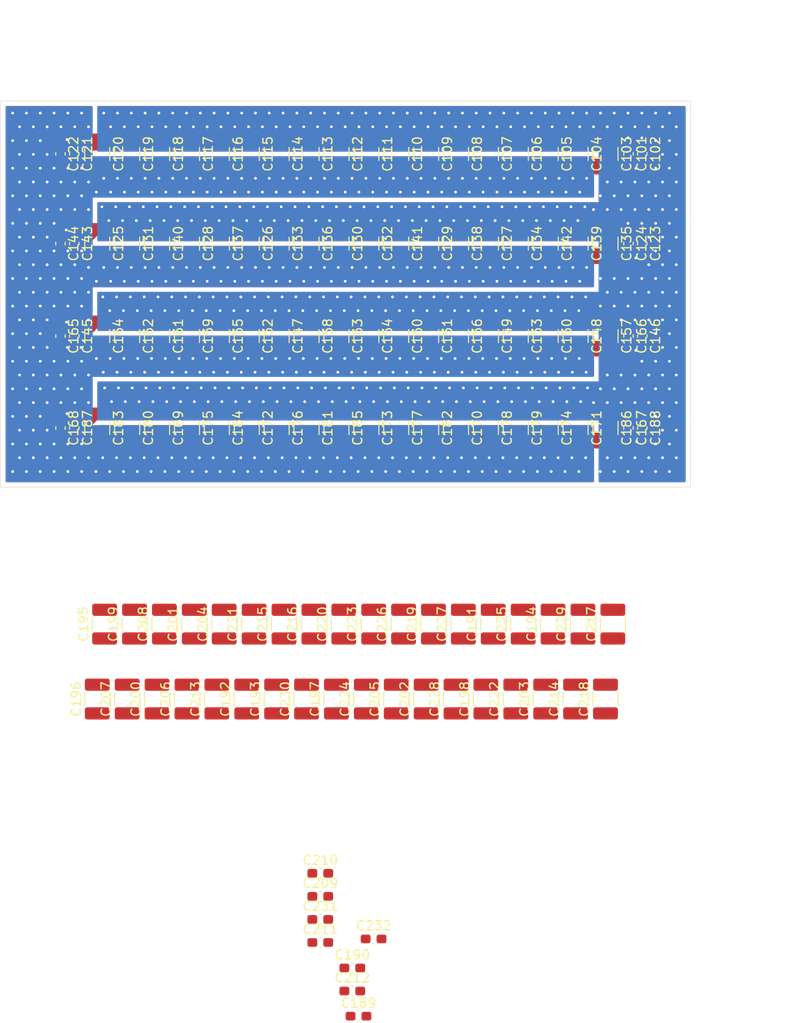
<source format=kicad_pcb>
(kicad_pcb (version 20171130) (host pcbnew 5.1.9)
  (layers (0 F.Cu signal) (31 B.Cu signal) (34 B.Paste user hide) (35 F.Paste user hide) (36 B.SilkS user hide) (37 F.SilkS user hide) (38 B.Mask user) (39 F.Mask user hide) (44 Edge.Cuts user))
  (net 0 "")
  (net 1 -BATT)
  (net 2 +BATT)
  (module Capacitor_SMD:C_0603_1608Metric_Pad1.08x0.95mm_HandSolder (layer F.Cu) (at 151.0375 171.65)
    (fp_text reference C232 (at 0 -1.43) (layer F.SilkS))
    (fp_text value "100n 100V X7")
    (pad 2 smd roundrect (at 0.8625 0) (size 1.075 0.95) (layers F.Cu F.Paste F.Mask) (net 1 -BATT))
    (pad 1 smd roundrect (at -0.8625 0) (size 1.075 0.95) (layers F.Cu F.Paste F.Mask) (net 2 +BATT))
  )
  (module Capacitor_SMD:C_0603_1608Metric_Pad1.08x0.95mm_HandSolder (layer F.Cu) (at 145.245001 169.525001)
    (fp_text reference C231 (at 0 -1.43) (layer F.SilkS))
    (fp_text value "100n 100V X7")
    (pad 2 smd roundrect (at 0.8625 0) (size 1.075 0.95) (layers F.Cu F.Paste F.Mask) (net 1 -BATT))
    (pad 1 smd roundrect (at -0.8625 0) (size 1.075 0.95) (layers F.Cu F.Paste F.Mask) (net 2 +BATT))
  )
  (module Capacitor_SMD:C_1210_3225Metric_Pad1.33x2.70mm_HandSolder (layer F.Cu) (at 143.749986 145.55 90)
    (fp_text reference C230 (at 0 -2.3 90) (layer F.SilkS))
    (fp_text value "4.7u 100V X7")
    (pad 2 smd roundrect (at 1.5625 0 90) (size 1.325 2.7) (layers F.Cu F.Paste F.Mask) (roundrect_rratio 0.188679) (net 1 -BATT))
    (pad 1 smd roundrect (at -1.5625 0 90) (size 1.325 2.7) (layers F.Cu F.Paste F.Mask) (roundrect_rratio 0.188679) (net 2 +BATT))
  )
  (module Capacitor_SMD:C_1210_3225Metric_Pad1.33x2.70mm_HandSolder (layer F.Cu) (at 173.799984 137.4 90)
    (fp_text reference C229 (at 0 -2.3 90) (layer F.SilkS))
    (fp_text value "4.7u 100V X7")
    (pad 2 smd roundrect (at 1.5625 0 90) (size 1.325 2.7) (layers F.Cu F.Paste F.Mask) (roundrect_rratio 0.188679) (net 1 -BATT))
    (pad 1 smd roundrect (at -1.5625 0 90) (size 1.325 2.7) (layers F.Cu F.Paste F.Mask) (roundrect_rratio 0.188679) (net 2 +BATT))
  )
  (module Capacitor_SMD:C_1210_3225Metric_Pad1.33x2.70mm_HandSolder (layer F.Cu) (at 159.999976 145.55 90)
    (fp_text reference C228 (at 0 -2.3 90) (layer F.SilkS))
    (fp_text value "4.7u 100V X7")
    (pad 2 smd roundrect (at 1.5625 0 90) (size 1.325 2.7) (layers F.Cu F.Paste F.Mask) (roundrect_rratio 0.188679) (net 1 -BATT))
    (pad 1 smd roundrect (at -1.5625 0 90) (size 1.325 2.7) (layers F.Cu F.Paste F.Mask) (roundrect_rratio 0.188679) (net 2 +BATT))
  )
  (module Capacitor_SMD:C_1210_3225Metric_Pad1.33x2.70mm_HandSolder (layer F.Cu) (at 160.799988 137.4 90)
    (fp_text reference C227 (at 0 -2.3 90) (layer F.SilkS))
    (fp_text value "4.7u 100V X7")
    (pad 2 smd roundrect (at 1.5625 0 90) (size 1.325 2.7) (layers F.Cu F.Paste F.Mask) (roundrect_rratio 0.188679) (net 1 -BATT))
    (pad 1 smd roundrect (at -1.5625 0 90) (size 1.325 2.7) (layers F.Cu F.Paste F.Mask) (roundrect_rratio 0.188679) (net 2 +BATT))
  )
  (module Capacitor_SMD:C_1210_3225Metric_Pad1.33x2.70mm_HandSolder (layer F.Cu) (at 154.29999 137.4 90)
    (fp_text reference C226 (at 0 -2.3 90) (layer F.SilkS))
    (fp_text value "4.7u 100V X7")
    (pad 2 smd roundrect (at 1.5625 0 90) (size 1.325 2.7) (layers F.Cu F.Paste F.Mask) (roundrect_rratio 0.188679) (net 1 -BATT))
    (pad 1 smd roundrect (at -1.5625 0 90) (size 1.325 2.7) (layers F.Cu F.Paste F.Mask) (roundrect_rratio 0.188679) (net 2 +BATT))
  )
  (module Capacitor_SMD:C_1210_3225Metric_Pad1.33x2.70mm_HandSolder (layer F.Cu) (at 167.299986 137.4 90)
    (fp_text reference C225 (at 0 -2.3 90) (layer F.SilkS))
    (fp_text value "4.7u 100V X7")
    (pad 2 smd roundrect (at 1.5625 0 90) (size 1.325 2.7) (layers F.Cu F.Paste F.Mask) (roundrect_rratio 0.188679) (net 1 -BATT))
    (pad 1 smd roundrect (at -1.5625 0 90) (size 1.325 2.7) (layers F.Cu F.Paste F.Mask) (roundrect_rratio 0.188679) (net 2 +BATT))
  )
  (module Capacitor_SMD:C_1210_3225Metric_Pad1.33x2.70mm_HandSolder (layer F.Cu) (at 150.249982 145.55 90)
    (fp_text reference C224 (at 0 -2.3 90) (layer F.SilkS))
    (fp_text value "4.7u 100V X7")
    (pad 2 smd roundrect (at 1.5625 0 90) (size 1.325 2.7) (layers F.Cu F.Paste F.Mask) (roundrect_rratio 0.188679) (net 1 -BATT))
    (pad 1 smd roundrect (at -1.5625 0 90) (size 1.325 2.7) (layers F.Cu F.Paste F.Mask) (roundrect_rratio 0.188679) (net 2 +BATT))
  )
  (module Capacitor_SMD:C_1210_3225Metric_Pad1.33x2.70mm_HandSolder (layer F.Cu) (at 151.049991 137.4 90)
    (fp_text reference C223 (at 0 -2.3 90) (layer F.SilkS))
    (fp_text value "4.7u 100V X7")
    (pad 2 smd roundrect (at 1.5625 0 90) (size 1.325 2.7) (layers F.Cu F.Paste F.Mask) (roundrect_rratio 0.188679) (net 1 -BATT))
    (pad 1 smd roundrect (at -1.5625 0 90) (size 1.325 2.7) (layers F.Cu F.Paste F.Mask) (roundrect_rratio 0.188679) (net 2 +BATT))
  )
  (module Capacitor_SMD:C_1210_3225Metric_Pad1.33x2.70mm_HandSolder (layer F.Cu) (at 166.499972 145.55 90)
    (fp_text reference C222 (at 0 -2.3 90) (layer F.SilkS))
    (fp_text value "4.7u 100V X7")
    (pad 2 smd roundrect (at 1.5625 0 90) (size 1.325 2.7) (layers F.Cu F.Paste F.Mask) (roundrect_rratio 0.188679) (net 1 -BATT))
    (pad 1 smd roundrect (at -1.5625 0 90) (size 1.325 2.7) (layers F.Cu F.Paste F.Mask) (roundrect_rratio 0.188679) (net 2 +BATT))
  )
  (module Capacitor_SMD:C_1210_3225Metric_Pad1.33x2.70mm_HandSolder (layer F.Cu) (at 138.049995 137.4 90)
    (fp_text reference C221 (at 0 -2.3 90) (layer F.SilkS))
    (fp_text value "4.7u 100V X7")
    (pad 2 smd roundrect (at 1.5625 0 90) (size 1.325 2.7) (layers F.Cu F.Paste F.Mask) (roundrect_rratio 0.188679) (net 1 -BATT))
    (pad 1 smd roundrect (at -1.5625 0 90) (size 1.325 2.7) (layers F.Cu F.Paste F.Mask) (roundrect_rratio 0.188679) (net 2 +BATT))
  )
  (module Capacitor_SMD:C_1210_3225Metric_Pad1.33x2.70mm_HandSolder (layer F.Cu) (at 147.799992 137.4 90)
    (fp_text reference C220 (at 0 -2.3 90) (layer F.SilkS))
    (fp_text value "4.7u 100V X7")
    (pad 2 smd roundrect (at 1.5625 0 90) (size 1.325 2.7) (layers F.Cu F.Paste F.Mask) (roundrect_rratio 0.188679) (net 1 -BATT))
    (pad 1 smd roundrect (at -1.5625 0 90) (size 1.325 2.7) (layers F.Cu F.Paste F.Mask) (roundrect_rratio 0.188679) (net 2 +BATT))
  )
  (module Capacitor_SMD:C_1210_3225Metric_Pad1.33x2.70mm_HandSolder (layer F.Cu) (at 157.549989 137.4 90)
    (fp_text reference C219 (at 0 -2.3 90) (layer F.SilkS))
    (fp_text value "4.7u 100V X7")
    (pad 2 smd roundrect (at 1.5625 0 90) (size 1.325 2.7) (layers F.Cu F.Paste F.Mask) (roundrect_rratio 0.188679) (net 1 -BATT))
    (pad 1 smd roundrect (at -1.5625 0 90) (size 1.325 2.7) (layers F.Cu F.Paste F.Mask) (roundrect_rratio 0.188679) (net 2 +BATT))
  )
  (module Capacitor_SMD:C_1210_3225Metric_Pad1.33x2.70mm_HandSolder (layer F.Cu) (at 176.249966 145.55 90)
    (fp_text reference C218 (at 0 -2.3 90) (layer F.SilkS))
    (fp_text value "4.7u 100V X7")
    (pad 2 smd roundrect (at 1.5625 0 90) (size 1.325 2.7) (layers F.Cu F.Paste F.Mask) (roundrect_rratio 0.188679) (net 1 -BATT))
    (pad 1 smd roundrect (at -1.5625 0 90) (size 1.325 2.7) (layers F.Cu F.Paste F.Mask) (roundrect_rratio 0.188679) (net 2 +BATT))
  )
  (module Capacitor_SMD:C_1210_3225Metric_Pad1.33x2.70mm_HandSolder (layer F.Cu) (at 177.049983 137.4 90)
    (fp_text reference C217 (at 0 -2.3 90) (layer F.SilkS))
    (fp_text value "4.7u 100V X7")
    (pad 2 smd roundrect (at 1.5625 0 90) (size 1.325 2.7) (layers F.Cu F.Paste F.Mask) (roundrect_rratio 0.188679) (net 1 -BATT))
    (pad 1 smd roundrect (at -1.5625 0 90) (size 1.325 2.7) (layers F.Cu F.Paste F.Mask) (roundrect_rratio 0.188679) (net 2 +BATT))
  )
  (module Capacitor_SMD:C_1210_3225Metric_Pad1.33x2.70mm_HandSolder (layer F.Cu) (at 144.549993 137.4 90)
    (fp_text reference C216 (at 0 -2.3 90) (layer F.SilkS))
    (fp_text value "4.7u 100V X7")
    (pad 2 smd roundrect (at 1.5625 0 90) (size 1.325 2.7) (layers F.Cu F.Paste F.Mask) (roundrect_rratio 0.188679) (net 1 -BATT))
    (pad 1 smd roundrect (at -1.5625 0 90) (size 1.325 2.7) (layers F.Cu F.Paste F.Mask) (roundrect_rratio 0.188679) (net 2 +BATT))
  )
  (module Capacitor_SMD:C_1210_3225Metric_Pad1.33x2.70mm_HandSolder (layer F.Cu) (at 141.299994 137.4 90)
    (fp_text reference C215 (at 0 -2.3 90) (layer F.SilkS))
    (fp_text value "4.7u 100V X7")
    (pad 2 smd roundrect (at 1.5625 0 90) (size 1.325 2.7) (layers F.Cu F.Paste F.Mask) (roundrect_rratio 0.188679) (net 1 -BATT))
    (pad 1 smd roundrect (at -1.5625 0 90) (size 1.325 2.7) (layers F.Cu F.Paste F.Mask) (roundrect_rratio 0.188679) (net 2 +BATT))
  )
  (module Capacitor_SMD:C_1210_3225Metric_Pad1.33x2.70mm_HandSolder (layer F.Cu) (at 172.999968 145.55 90)
    (fp_text reference C214 (at 0 -2.3 90) (layer F.SilkS))
    (fp_text value "4.7u 100V X7")
    (pad 2 smd roundrect (at 1.5625 0 90) (size 1.325 2.7) (layers F.Cu F.Paste F.Mask) (roundrect_rratio 0.188679) (net 1 -BATT))
    (pad 1 smd roundrect (at -1.5625 0 90) (size 1.325 2.7) (layers F.Cu F.Paste F.Mask) (roundrect_rratio 0.188679) (net 2 +BATT))
  )
  (module Capacitor_SMD:C_1210_3225Metric_Pad1.33x2.70mm_HandSolder (layer F.Cu) (at 133.999992 145.55 90)
    (fp_text reference C213 (at 0 -2.3 90) (layer F.SilkS))
    (fp_text value "4.7u 100V X7")
    (pad 2 smd roundrect (at 1.5625 0 90) (size 1.325 2.7) (layers F.Cu F.Paste F.Mask) (roundrect_rratio 0.188679) (net 1 -BATT))
    (pad 1 smd roundrect (at -1.5625 0 90) (size 1.325 2.7) (layers F.Cu F.Paste F.Mask) (roundrect_rratio 0.188679) (net 2 +BATT))
  )
  (module Capacitor_SMD:C_0603_1608Metric_Pad1.08x0.95mm_HandSolder (layer F.Cu) (at 148.725001 177.315001)
    (fp_text reference C212 (at 0 -1.43) (layer F.SilkS))
    (fp_text value "100n 100V X7")
    (pad 2 smd roundrect (at 0.8625 0) (size 1.075 0.95) (layers F.Cu F.Paste F.Mask) (net 1 -BATT))
    (pad 1 smd roundrect (at -0.8625 0) (size 1.075 0.95) (layers F.Cu F.Paste F.Mask) (net 2 +BATT))
  )
  (module Capacitor_SMD:C_0603_1608Metric_Pad1.08x0.95mm_HandSolder (layer F.Cu) (at 145.245001 172.035001)
    (fp_text reference C211 (at 0 -1.43) (layer F.SilkS))
    (fp_text value "100n 100V X7")
    (pad 2 smd roundrect (at 0.8625 0) (size 1.075 0.95) (layers F.Cu F.Paste F.Mask) (net 1 -BATT))
    (pad 1 smd roundrect (at -0.8625 0) (size 1.075 0.95) (layers F.Cu F.Paste F.Mask) (net 2 +BATT))
  )
  (module Capacitor_SMD:C_0603_1608Metric_Pad1.08x0.95mm_HandSolder (layer F.Cu) (at 145.245001 164.505001)
    (fp_text reference C210 (at 0 -1.43) (layer F.SilkS))
    (fp_text value "100n 100V X7")
    (pad 2 smd roundrect (at 0.8625 0) (size 1.075 0.95) (layers F.Cu F.Paste F.Mask) (net 1 -BATT))
    (pad 1 smd roundrect (at -0.8625 0) (size 1.075 0.95) (layers F.Cu F.Paste F.Mask) (net 2 +BATT))
  )
  (module Capacitor_SMD:C_0603_1608Metric_Pad1.08x0.95mm_HandSolder (layer F.Cu) (at 145.245001 167.015001)
    (fp_text reference C209 (at 0 -1.43) (layer F.SilkS))
    (fp_text value "100n 100V X7")
    (pad 2 smd roundrect (at 0.8625 0) (size 1.075 0.95) (layers F.Cu F.Paste F.Mask) (net 1 -BATT))
    (pad 1 smd roundrect (at -0.8625 0) (size 1.075 0.95) (layers F.Cu F.Paste F.Mask) (net 2 +BATT))
  )
  (module Capacitor_SMD:C_1210_3225Metric_Pad1.33x2.70mm_HandSolder (layer F.Cu) (at 128.299998 137.4 90)
    (fp_text reference C208 (at 0 -2.3 90) (layer F.SilkS))
    (fp_text value "4.7u 100V X7")
    (pad 2 smd roundrect (at 1.5625 0 90) (size 1.325 2.7) (layers F.Cu F.Paste F.Mask) (roundrect_rratio 0.188679) (net 1 -BATT))
    (pad 1 smd roundrect (at -1.5625 0 90) (size 1.325 2.7) (layers F.Cu F.Paste F.Mask) (roundrect_rratio 0.188679) (net 2 +BATT))
  )
  (module Capacitor_SMD:C_1210_3225Metric_Pad1.33x2.70mm_HandSolder (layer F.Cu) (at 124.249998 145.55 90)
    (fp_text reference C207 (at 0 -2.3 90) (layer F.SilkS))
    (fp_text value "4.7u 100V X7")
    (pad 2 smd roundrect (at 1.5625 0 90) (size 1.325 2.7) (layers F.Cu F.Paste F.Mask) (roundrect_rratio 0.188679) (net 1 -BATT))
    (pad 1 smd roundrect (at -1.5625 0 90) (size 1.325 2.7) (layers F.Cu F.Paste F.Mask) (roundrect_rratio 0.188679) (net 2 +BATT))
  )
  (module Capacitor_SMD:C_1210_3225Metric_Pad1.33x2.70mm_HandSolder (layer F.Cu) (at 130.749994 145.55 90)
    (fp_text reference C206 (at 0 -2.3 90) (layer F.SilkS))
    (fp_text value "4.7u 100V X7")
    (pad 2 smd roundrect (at 1.5625 0 90) (size 1.325 2.7) (layers F.Cu F.Paste F.Mask) (roundrect_rratio 0.188679) (net 1 -BATT))
    (pad 1 smd roundrect (at -1.5625 0 90) (size 1.325 2.7) (layers F.Cu F.Paste F.Mask) (roundrect_rratio 0.188679) (net 2 +BATT))
  )
  (module Capacitor_SMD:C_1210_3225Metric_Pad1.33x2.70mm_HandSolder (layer F.Cu) (at 153.49998 145.55 90)
    (fp_text reference C205 (at 0 -2.3 90) (layer F.SilkS))
    (fp_text value "4.7u 100V X7")
    (pad 2 smd roundrect (at 1.5625 0 90) (size 1.325 2.7) (layers F.Cu F.Paste F.Mask) (roundrect_rratio 0.188679) (net 1 -BATT))
    (pad 1 smd roundrect (at -1.5625 0 90) (size 1.325 2.7) (layers F.Cu F.Paste F.Mask) (roundrect_rratio 0.188679) (net 2 +BATT))
  )
  (module Capacitor_SMD:C_1210_3225Metric_Pad1.33x2.70mm_HandSolder (layer F.Cu) (at 134.799996 137.4 90)
    (fp_text reference C204 (at 0 -2.3 90) (layer F.SilkS))
    (fp_text value "4.7u 100V X7")
    (pad 2 smd roundrect (at 1.5625 0 90) (size 1.325 2.7) (layers F.Cu F.Paste F.Mask) (roundrect_rratio 0.188679) (net 1 -BATT))
    (pad 1 smd roundrect (at -1.5625 0 90) (size 1.325 2.7) (layers F.Cu F.Paste F.Mask) (roundrect_rratio 0.188679) (net 2 +BATT))
  )
  (module Capacitor_SMD:C_1210_3225Metric_Pad1.33x2.70mm_HandSolder (layer F.Cu) (at 169.74997 145.55 90)
    (fp_text reference C203 (at 0 -2.3 90) (layer F.SilkS))
    (fp_text value "4.7u 100V X7")
    (pad 2 smd roundrect (at 1.5625 0 90) (size 1.325 2.7) (layers F.Cu F.Paste F.Mask) (roundrect_rratio 0.188679) (net 1 -BATT))
    (pad 1 smd roundrect (at -1.5625 0 90) (size 1.325 2.7) (layers F.Cu F.Paste F.Mask) (roundrect_rratio 0.188679) (net 2 +BATT))
  )
  (module Capacitor_SMD:C_1210_3225Metric_Pad1.33x2.70mm_HandSolder (layer F.Cu) (at 156.749978 145.55 90)
    (fp_text reference C202 (at 0 -2.3 90) (layer F.SilkS))
    (fp_text value "4.7u 100V X7")
    (pad 2 smd roundrect (at 1.5625 0 90) (size 1.325 2.7) (layers F.Cu F.Paste F.Mask) (roundrect_rratio 0.188679) (net 1 -BATT))
    (pad 1 smd roundrect (at -1.5625 0 90) (size 1.325 2.7) (layers F.Cu F.Paste F.Mask) (roundrect_rratio 0.188679) (net 2 +BATT))
  )
  (module Capacitor_SMD:C_1210_3225Metric_Pad1.33x2.70mm_HandSolder (layer F.Cu) (at 131.549997 137.4 90)
    (fp_text reference C201 (at 0 -2.3 90) (layer F.SilkS))
    (fp_text value "4.7u 100V X7")
    (pad 2 smd roundrect (at 1.5625 0 90) (size 1.325 2.7) (layers F.Cu F.Paste F.Mask) (roundrect_rratio 0.188679) (net 1 -BATT))
    (pad 1 smd roundrect (at -1.5625 0 90) (size 1.325 2.7) (layers F.Cu F.Paste F.Mask) (roundrect_rratio 0.188679) (net 2 +BATT))
  )
  (module Capacitor_SMD:C_1210_3225Metric_Pad1.33x2.70mm_HandSolder (layer F.Cu) (at 127.499996 145.55 90)
    (fp_text reference C200 (at 0 -2.3 90) (layer F.SilkS))
    (fp_text value "4.7u 100V X7")
    (pad 2 smd roundrect (at 1.5625 0 90) (size 1.325 2.7) (layers F.Cu F.Paste F.Mask) (roundrect_rratio 0.188679) (net 1 -BATT))
    (pad 1 smd roundrect (at -1.5625 0 90) (size 1.325 2.7) (layers F.Cu F.Paste F.Mask) (roundrect_rratio 0.188679) (net 2 +BATT))
  )
  (module Capacitor_SMD:C_1210_3225Metric_Pad1.33x2.70mm_HandSolder (layer F.Cu) (at 125.049999 137.4 90)
    (fp_text reference C199 (at 0 -2.3 90) (layer F.SilkS))
    (fp_text value "4.7u 100V X7")
    (pad 2 smd roundrect (at 1.5625 0 90) (size 1.325 2.7) (layers F.Cu F.Paste F.Mask) (roundrect_rratio 0.188679) (net 1 -BATT))
    (pad 1 smd roundrect (at -1.5625 0 90) (size 1.325 2.7) (layers F.Cu F.Paste F.Mask) (roundrect_rratio 0.188679) (net 2 +BATT))
  )
  (module Capacitor_SMD:C_1210_3225Metric_Pad1.33x2.70mm_HandSolder (layer F.Cu) (at 163.249974 145.55 90)
    (fp_text reference C198 (at 0 -2.3 90) (layer F.SilkS))
    (fp_text value "4.7u 100V X7")
    (pad 2 smd roundrect (at 1.5625 0 90) (size 1.325 2.7) (layers F.Cu F.Paste F.Mask) (roundrect_rratio 0.188679) (net 1 -BATT))
    (pad 1 smd roundrect (at -1.5625 0 90) (size 1.325 2.7) (layers F.Cu F.Paste F.Mask) (roundrect_rratio 0.188679) (net 2 +BATT))
  )
  (module Capacitor_SMD:C_1210_3225Metric_Pad1.33x2.70mm_HandSolder (layer F.Cu) (at 146.999984 145.55 90)
    (fp_text reference C197 (at 0 -2.3 90) (layer F.SilkS))
    (fp_text value "4.7u 100V X7")
    (pad 2 smd roundrect (at 1.5625 0 90) (size 1.325 2.7) (layers F.Cu F.Paste F.Mask) (roundrect_rratio 0.188679) (net 1 -BATT))
    (pad 1 smd roundrect (at -1.5625 0 90) (size 1.325 2.7) (layers F.Cu F.Paste F.Mask) (roundrect_rratio 0.188679) (net 2 +BATT))
  )
  (module Capacitor_SMD:C_1210_3225Metric_Pad1.33x2.70mm_HandSolder (layer F.Cu) (at 121 145.55 90)
    (fp_text reference C196 (at 0 -2.3 90) (layer F.SilkS))
    (fp_text value "4.7u 100V X7")
    (pad 2 smd roundrect (at 1.5625 0 90) (size 1.325 2.7) (layers F.Cu F.Paste F.Mask) (roundrect_rratio 0.188679) (net 1 -BATT))
    (pad 1 smd roundrect (at -1.5625 0 90) (size 1.325 2.7) (layers F.Cu F.Paste F.Mask) (roundrect_rratio 0.188679) (net 2 +BATT))
  )
  (module Capacitor_SMD:C_1210_3225Metric_Pad1.33x2.70mm_HandSolder (layer F.Cu) (at 121.8 137.4 90)
    (fp_text reference C195 (at 0 -2.3 90) (layer F.SilkS))
    (fp_text value "4.7u 100V X7")
    (pad 2 smd roundrect (at 1.5625 0 90) (size 1.325 2.7) (layers F.Cu F.Paste F.Mask) (roundrect_rratio 0.188679) (net 1 -BATT))
    (pad 1 smd roundrect (at -1.5625 0 90) (size 1.325 2.7) (layers F.Cu F.Paste F.Mask) (roundrect_rratio 0.188679) (net 2 +BATT))
  )
  (module Capacitor_SMD:C_1210_3225Metric_Pad1.33x2.70mm_HandSolder (layer F.Cu) (at 170.549985 137.4 90)
    (fp_text reference C194 (at 0 -2.3 90) (layer F.SilkS))
    (fp_text value "4.7u 100V X7")
    (pad 2 smd roundrect (at 1.5625 0 90) (size 1.325 2.7) (layers F.Cu F.Paste F.Mask) (roundrect_rratio 0.188679) (net 1 -BATT))
    (pad 1 smd roundrect (at -1.5625 0 90) (size 1.325 2.7) (layers F.Cu F.Paste F.Mask) (roundrect_rratio 0.188679) (net 2 +BATT))
  )
  (module Capacitor_SMD:C_1210_3225Metric_Pad1.33x2.70mm_HandSolder (layer F.Cu) (at 140.499988 145.55 90)
    (fp_text reference C193 (at 0 -2.3 90) (layer F.SilkS))
    (fp_text value "4.7u 100V X7")
    (pad 2 smd roundrect (at 1.5625 0 90) (size 1.325 2.7) (layers F.Cu F.Paste F.Mask) (roundrect_rratio 0.188679) (net 1 -BATT))
    (pad 1 smd roundrect (at -1.5625 0 90) (size 1.325 2.7) (layers F.Cu F.Paste F.Mask) (roundrect_rratio 0.188679) (net 2 +BATT))
  )
  (module Capacitor_SMD:C_1210_3225Metric_Pad1.33x2.70mm_HandSolder (layer F.Cu) (at 137.24999 145.55 90)
    (fp_text reference C192 (at 0 -2.3 90) (layer F.SilkS))
    (fp_text value "4.7u 100V X7")
    (pad 2 smd roundrect (at 1.5625 0 90) (size 1.325 2.7) (layers F.Cu F.Paste F.Mask) (roundrect_rratio 0.188679) (net 1 -BATT))
    (pad 1 smd roundrect (at -1.5625 0 90) (size 1.325 2.7) (layers F.Cu F.Paste F.Mask) (roundrect_rratio 0.188679) (net 2 +BATT))
  )
  (module Capacitor_SMD:C_1210_3225Metric_Pad1.33x2.70mm_HandSolder (layer F.Cu) (at 164.049987 137.4 90)
    (fp_text reference C191 (at 0 -2.3 90) (layer F.SilkS))
    (fp_text value "4.7u 100V X7")
    (pad 2 smd roundrect (at 1.5625 0 90) (size 1.325 2.7) (layers F.Cu F.Paste F.Mask) (roundrect_rratio 0.188679) (net 1 -BATT))
    (pad 1 smd roundrect (at -1.5625 0 90) (size 1.325 2.7) (layers F.Cu F.Paste F.Mask) (roundrect_rratio 0.188679) (net 2 +BATT))
  )
  (module Capacitor_SMD:C_0603_1608Metric_Pad1.08x0.95mm_HandSolder (layer F.Cu) (at 148.725001 174.805001)
    (fp_text reference C190 (at 0 -1.43) (layer F.SilkS))
    (fp_text value "100n 100V X7")
    (pad 2 smd roundrect (at 0.8625 0) (size 1.075 0.95) (layers F.Cu F.Paste F.Mask) (net 1 -BATT))
    (pad 1 smd roundrect (at -0.8625 0) (size 1.075 0.95) (layers F.Cu F.Paste F.Mask) (net 2 +BATT))
  )
  (module Capacitor_SMD:C_0603_1608Metric_Pad1.08x0.95mm_HandSolder (layer F.Cu) (at 149.4 180.05)
    (fp_text reference C189 (at 0 -1.43) (layer F.SilkS))
    (fp_text value "100n 100V X7")
    (pad 2 smd roundrect (at 0.8625 0) (size 1.075 0.95) (layers F.Cu F.Paste F.Mask) (net 1 -BATT))
    (pad 1 smd roundrect (at -0.8625 0) (size 1.075 0.95) (layers F.Cu F.Paste F.Mask) (net 2 +BATT))
  )
  (module Capacitor_SMD:C_0603_1608Metric_Pad1.08x0.95mm_HandSolder (layer F.Cu) (at 117 116.0625 270)
    (fp_text reference C168 (at 0 -1.43 90) (layer F.SilkS))
    (fp_text value "100n 100V X7")
    (pad 2 smd roundrect (at 0.8625 0 270) (size 1.075 0.95) (layers F.Cu F.Paste F.Mask) (net 1 -BATT))
    (pad 1 smd roundrect (at -0.8625 0 270) (size 1.075 0.95) (layers F.Cu F.Paste F.Mask) (net 2 +BATT))
  )
  (module Capacitor_SMD:C_0603_1608Metric_Pad1.08x0.95mm_HandSolder (layer F.Cu) (at 180.25 116.0625 270)
    (fp_text reference C188 (at 0 -1.43 90) (layer F.SilkS))
    (fp_text value "100n 100V X7")
    (pad 2 smd roundrect (at 0.8625 0 270) (size 1.075 0.95) (layers F.Cu F.Paste F.Mask) (net 1 -BATT))
    (pad 1 smd roundrect (at -0.8625 0 270) (size 1.075 0.95) (layers F.Cu F.Paste F.Mask) (net 2 +BATT))
  )
  (module Capacitor_SMD:C_0603_1608Metric_Pad1.08x0.95mm_HandSolder (layer F.Cu) (at 118.5 116.0625 270)
    (fp_text reference C187 (at 0 -1.43 90) (layer F.SilkS))
    (fp_text value "100n 100V X7")
    (pad 2 smd roundrect (at 0.8625 0 270) (size 1.075 0.95) (layers F.Cu F.Paste F.Mask) (net 1 -BATT))
    (pad 1 smd roundrect (at -0.8625 0 270) (size 1.075 0.95) (layers F.Cu F.Paste F.Mask) (net 2 +BATT))
  )
  (module Capacitor_SMD:C_1210_3225Metric_Pad1.33x2.70mm_HandSolder (layer F.Cu) (at 176.25 116.0625 270)
    (fp_text reference C186 (at 0 -2.3 90) (layer F.SilkS))
    (fp_text value "4.7u 100V X7")
    (pad 2 smd roundrect (at 1.5625 0 270) (size 1.325 2.7) (layers F.Cu F.Paste F.Mask) (roundrect_rratio 0.188679) (net 1 -BATT))
    (pad 1 smd roundrect (at -1.5625 0 270) (size 1.325 2.7) (layers F.Cu F.Paste F.Mask) (roundrect_rratio 0.188679) (net 2 +BATT))
  )
  (module Capacitor_SMD:C_1210_3225Metric_Pad1.33x2.70mm_HandSolder (layer F.Cu) (at 147 116.0625 270)
    (fp_text reference C185 (at 0 -2.3 90) (layer F.SilkS))
    (fp_text value "4.7u 100V X7")
    (pad 2 smd roundrect (at 1.5625 0 270) (size 1.325 2.7) (layers F.Cu F.Paste F.Mask) (roundrect_rratio 0.188679) (net 1 -BATT))
    (pad 1 smd roundrect (at -1.5625 0 270) (size 1.325 2.7) (layers F.Cu F.Paste F.Mask) (roundrect_rratio 0.188679) (net 2 +BATT))
  )
  (module Capacitor_SMD:C_1210_3225Metric_Pad1.33x2.70mm_HandSolder (layer F.Cu) (at 134 116.0625 270)
    (fp_text reference C184 (at 0 -2.3 90) (layer F.SilkS))
    (fp_text value "4.7u 100V X7")
    (pad 2 smd roundrect (at 1.5625 0 270) (size 1.325 2.7) (layers F.Cu F.Paste F.Mask) (roundrect_rratio 0.188679) (net 1 -BATT))
    (pad 1 smd roundrect (at -1.5625 0 270) (size 1.325 2.7) (layers F.Cu F.Paste F.Mask) (roundrect_rratio 0.188679) (net 2 +BATT))
  )
  (module Capacitor_SMD:C_1210_3225Metric_Pad1.33x2.70mm_HandSolder (layer F.Cu) (at 121 116.0625 270)
    (fp_text reference C183 (at 0 -2.3 90) (layer F.SilkS))
    (fp_text value "4.7u 100V X7")
    (pad 2 smd roundrect (at 1.5625 0 270) (size 1.325 2.7) (layers F.Cu F.Paste F.Mask) (roundrect_rratio 0.188679) (net 1 -BATT))
    (pad 1 smd roundrect (at -1.5625 0 270) (size 1.325 2.7) (layers F.Cu F.Paste F.Mask) (roundrect_rratio 0.188679) (net 2 +BATT))
  )
  (module Capacitor_SMD:C_1210_3225Metric_Pad1.33x2.70mm_HandSolder (layer F.Cu) (at 156.75 116.0625 270)
    (fp_text reference C182 (at 0 -2.3 90) (layer F.SilkS))
    (fp_text value "4.7u 100V X7")
    (pad 2 smd roundrect (at 1.5625 0 270) (size 1.325 2.7) (layers F.Cu F.Paste F.Mask) (roundrect_rratio 0.188679) (net 1 -BATT))
    (pad 1 smd roundrect (at -1.5625 0 270) (size 1.325 2.7) (layers F.Cu F.Paste F.Mask) (roundrect_rratio 0.188679) (net 2 +BATT))
  )
  (module Capacitor_SMD:C_1210_3225Metric_Pad1.33x2.70mm_HandSolder (layer F.Cu) (at 143.75 116.0625 270)
    (fp_text reference C181 (at 0 -2.3 90) (layer F.SilkS))
    (fp_text value "4.7u 100V X7")
    (pad 2 smd roundrect (at 1.5625 0 270) (size 1.325 2.7) (layers F.Cu F.Paste F.Mask) (roundrect_rratio 0.188679) (net 1 -BATT))
    (pad 1 smd roundrect (at -1.5625 0 270) (size 1.325 2.7) (layers F.Cu F.Paste F.Mask) (roundrect_rratio 0.188679) (net 2 +BATT))
  )
  (module Capacitor_SMD:C_1210_3225Metric_Pad1.33x2.70mm_HandSolder (layer F.Cu) (at 124.25 116.0625 270)
    (fp_text reference C180 (at 0 -2.3 90) (layer F.SilkS))
    (fp_text value "4.7u 100V X7")
    (pad 2 smd roundrect (at 1.5625 0 270) (size 1.325 2.7) (layers F.Cu F.Paste F.Mask) (roundrect_rratio 0.188679) (net 1 -BATT))
    (pad 1 smd roundrect (at -1.5625 0 270) (size 1.325 2.7) (layers F.Cu F.Paste F.Mask) (roundrect_rratio 0.188679) (net 2 +BATT))
  )
  (module Capacitor_SMD:C_1210_3225Metric_Pad1.33x2.70mm_HandSolder (layer F.Cu) (at 166.5 116.0625 270)
    (fp_text reference C179 (at 0 -2.3 90) (layer F.SilkS))
    (fp_text value "4.7u 100V X7")
    (pad 2 smd roundrect (at 1.5625 0 270) (size 1.325 2.7) (layers F.Cu F.Paste F.Mask) (roundrect_rratio 0.188679) (net 1 -BATT))
    (pad 1 smd roundrect (at -1.5625 0 270) (size 1.325 2.7) (layers F.Cu F.Paste F.Mask) (roundrect_rratio 0.188679) (net 2 +BATT))
  )
  (module Capacitor_SMD:C_1210_3225Metric_Pad1.33x2.70mm_HandSolder (layer F.Cu) (at 163.25 116.0625 270)
    (fp_text reference C178 (at 0 -2.3 90) (layer F.SilkS))
    (fp_text value "4.7u 100V X7")
    (pad 2 smd roundrect (at 1.5625 0 270) (size 1.325 2.7) (layers F.Cu F.Paste F.Mask) (roundrect_rratio 0.188679) (net 1 -BATT))
    (pad 1 smd roundrect (at -1.5625 0 270) (size 1.325 2.7) (layers F.Cu F.Paste F.Mask) (roundrect_rratio 0.188679) (net 2 +BATT))
  )
  (module Capacitor_SMD:C_1210_3225Metric_Pad1.33x2.70mm_HandSolder (layer F.Cu) (at 153.5 116.0625 270)
    (fp_text reference C177 (at 0 -2.3 90) (layer F.SilkS))
    (fp_text value "4.7u 100V X7")
    (pad 2 smd roundrect (at 1.5625 0 270) (size 1.325 2.7) (layers F.Cu F.Paste F.Mask) (roundrect_rratio 0.188679) (net 1 -BATT))
    (pad 1 smd roundrect (at -1.5625 0 270) (size 1.325 2.7) (layers F.Cu F.Paste F.Mask) (roundrect_rratio 0.188679) (net 2 +BATT))
  )
  (module Capacitor_SMD:C_1210_3225Metric_Pad1.33x2.70mm_HandSolder (layer F.Cu) (at 140.5 116.0625 270)
    (fp_text reference C176 (at 0 -2.3 90) (layer F.SilkS))
    (fp_text value "4.7u 100V X7")
    (pad 2 smd roundrect (at 1.5625 0 270) (size 1.325 2.7) (layers F.Cu F.Paste F.Mask) (roundrect_rratio 0.188679) (net 1 -BATT))
    (pad 1 smd roundrect (at -1.5625 0 270) (size 1.325 2.7) (layers F.Cu F.Paste F.Mask) (roundrect_rratio 0.188679) (net 2 +BATT))
  )
  (module Capacitor_SMD:C_1210_3225Metric_Pad1.33x2.70mm_HandSolder (layer F.Cu) (at 130.75 116.0625 270)
    (fp_text reference C175 (at 0 -2.3 90) (layer F.SilkS))
    (fp_text value "4.7u 100V X7")
    (pad 2 smd roundrect (at 1.5625 0 270) (size 1.325 2.7) (layers F.Cu F.Paste F.Mask) (roundrect_rratio 0.188679) (net 1 -BATT))
    (pad 1 smd roundrect (at -1.5625 0 270) (size 1.325 2.7) (layers F.Cu F.Paste F.Mask) (roundrect_rratio 0.188679) (net 2 +BATT))
  )
  (module Capacitor_SMD:C_1210_3225Metric_Pad1.33x2.70mm_HandSolder (layer F.Cu) (at 169.75 116.0625 270)
    (fp_text reference C174 (at 0 -2.3 90) (layer F.SilkS))
    (fp_text value "4.7u 100V X7")
    (pad 2 smd roundrect (at 1.5625 0 270) (size 1.325 2.7) (layers F.Cu F.Paste F.Mask) (roundrect_rratio 0.188679) (net 1 -BATT))
    (pad 1 smd roundrect (at -1.5625 0 270) (size 1.325 2.7) (layers F.Cu F.Paste F.Mask) (roundrect_rratio 0.188679) (net 2 +BATT))
  )
  (module Capacitor_SMD:C_1210_3225Metric_Pad1.33x2.70mm_HandSolder (layer F.Cu) (at 150.25 116.0625 270)
    (fp_text reference C173 (at 0 -2.3 90) (layer F.SilkS))
    (fp_text value "4.7u 100V X7")
    (pad 2 smd roundrect (at 1.5625 0 270) (size 1.325 2.7) (layers F.Cu F.Paste F.Mask) (roundrect_rratio 0.188679) (net 1 -BATT))
    (pad 1 smd roundrect (at -1.5625 0 270) (size 1.325 2.7) (layers F.Cu F.Paste F.Mask) (roundrect_rratio 0.188679) (net 2 +BATT))
  )
  (module Capacitor_SMD:C_1210_3225Metric_Pad1.33x2.70mm_HandSolder (layer F.Cu) (at 137.25 116.0625 270)
    (fp_text reference C172 (at 0 -2.3 90) (layer F.SilkS))
    (fp_text value "4.7u 100V X7")
    (pad 2 smd roundrect (at 1.5625 0 270) (size 1.325 2.7) (layers F.Cu F.Paste F.Mask) (roundrect_rratio 0.188679) (net 1 -BATT))
    (pad 1 smd roundrect (at -1.5625 0 270) (size 1.325 2.7) (layers F.Cu F.Paste F.Mask) (roundrect_rratio 0.188679) (net 2 +BATT))
  )
  (module Capacitor_SMD:C_1210_3225Metric_Pad1.33x2.70mm_HandSolder (layer F.Cu) (at 173 116.0625 270)
    (fp_text reference C171 (at 0 -2.3 90) (layer F.SilkS))
    (fp_text value "4.7u 100V X7")
    (pad 2 smd roundrect (at 1.5625 0 270) (size 1.325 2.7) (layers F.Cu F.Paste F.Mask) (roundrect_rratio 0.188679) (net 1 -BATT))
    (pad 1 smd roundrect (at -1.5625 0 270) (size 1.325 2.7) (layers F.Cu F.Paste F.Mask) (roundrect_rratio 0.188679) (net 2 +BATT))
  )
  (module Capacitor_SMD:C_1210_3225Metric_Pad1.33x2.70mm_HandSolder (layer F.Cu) (at 160 116.0625 270)
    (fp_text reference C170 (at 0 -2.3 90) (layer F.SilkS))
    (fp_text value "4.7u 100V X7")
    (pad 2 smd roundrect (at 1.5625 0 270) (size 1.325 2.7) (layers F.Cu F.Paste F.Mask) (roundrect_rratio 0.188679) (net 1 -BATT))
    (pad 1 smd roundrect (at -1.5625 0 270) (size 1.325 2.7) (layers F.Cu F.Paste F.Mask) (roundrect_rratio 0.188679) (net 2 +BATT))
  )
  (module Capacitor_SMD:C_1210_3225Metric_Pad1.33x2.70mm_HandSolder (layer F.Cu) (at 127.5 116.0625 270)
    (fp_text reference C169 (at 0 -2.3 90) (layer F.SilkS))
    (fp_text value "4.7u 100V X7")
    (pad 2 smd roundrect (at 1.5625 0 270) (size 1.325 2.7) (layers F.Cu F.Paste F.Mask) (roundrect_rratio 0.188679) (net 1 -BATT))
    (pad 1 smd roundrect (at -1.5625 0 270) (size 1.325 2.7) (layers F.Cu F.Paste F.Mask) (roundrect_rratio 0.188679) (net 2 +BATT))
  )
  (module Capacitor_SMD:C_0603_1608Metric_Pad1.08x0.95mm_HandSolder (layer F.Cu) (at 178.75 116.0625 270)
    (fp_text reference C167 (at 0 -1.43 90) (layer F.SilkS))
    (fp_text value "100n 100V X7")
    (pad 2 smd roundrect (at 0.8625 0 270) (size 1.075 0.95) (layers F.Cu F.Paste F.Mask) (net 1 -BATT))
    (pad 1 smd roundrect (at -0.8625 0 270) (size 1.075 0.95) (layers F.Cu F.Paste F.Mask) (net 2 +BATT))
  )
  (module Capacitor_SMD:C_0603_1608Metric_Pad1.08x0.95mm_HandSolder (layer F.Cu) (at 178.75 106.0625 270)
    (fp_text reference C166 (at 0 -1.43 90) (layer F.SilkS))
    (fp_text value "100n 100V X7")
    (pad 2 smd roundrect (at 0.8625 0 270) (size 1.075 0.95) (layers F.Cu F.Paste F.Mask) (net 1 -BATT))
    (pad 1 smd roundrect (at -0.8625 0 270) (size 1.075 0.95) (layers F.Cu F.Paste F.Mask) (net 2 +BATT))
  )
  (module Capacitor_SMD:C_0603_1608Metric_Pad1.08x0.95mm_HandSolder (layer F.Cu) (at 117 106.0625 270)
    (fp_text reference C165 (at 0 -1.43 90) (layer F.SilkS))
    (fp_text value "100n 100V X7")
    (pad 2 smd roundrect (at 0.8625 0 270) (size 1.075 0.95) (layers F.Cu F.Paste F.Mask) (net 1 -BATT))
    (pad 1 smd roundrect (at -0.8625 0 270) (size 1.075 0.95) (layers F.Cu F.Paste F.Mask) (net 2 +BATT))
  )
  (module Capacitor_SMD:C_1210_3225Metric_Pad1.33x2.70mm_HandSolder (layer F.Cu) (at 121 106.0625 270)
    (fp_text reference C164 (at 0 -2.3 90) (layer F.SilkS))
    (fp_text value "4.7u 100V X7")
    (pad 2 smd roundrect (at 1.5625 0 270) (size 1.325 2.7) (layers F.Cu F.Paste F.Mask) (roundrect_rratio 0.188679) (net 1 -BATT))
    (pad 1 smd roundrect (at -1.5625 0 270) (size 1.325 2.7) (layers F.Cu F.Paste F.Mask) (roundrect_rratio 0.188679) (net 2 +BATT))
  )
  (module Capacitor_SMD:C_1210_3225Metric_Pad1.33x2.70mm_HandSolder (layer F.Cu) (at 147 106.0625 270)
    (fp_text reference C163 (at 0 -2.3 90) (layer F.SilkS))
    (fp_text value "4.7u 100V X7")
    (pad 2 smd roundrect (at 1.5625 0 270) (size 1.325 2.7) (layers F.Cu F.Paste F.Mask) (roundrect_rratio 0.188679) (net 1 -BATT))
    (pad 1 smd roundrect (at -1.5625 0 270) (size 1.325 2.7) (layers F.Cu F.Paste F.Mask) (roundrect_rratio 0.188679) (net 2 +BATT))
  )
  (module Capacitor_SMD:C_1210_3225Metric_Pad1.33x2.70mm_HandSolder (layer F.Cu) (at 124.25 106.0625 270)
    (fp_text reference C162 (at 0 -2.3 90) (layer F.SilkS))
    (fp_text value "4.7u 100V X7")
    (pad 2 smd roundrect (at 1.5625 0 270) (size 1.325 2.7) (layers F.Cu F.Paste F.Mask) (roundrect_rratio 0.188679) (net 1 -BATT))
    (pad 1 smd roundrect (at -1.5625 0 270) (size 1.325 2.7) (layers F.Cu F.Paste F.Mask) (roundrect_rratio 0.188679) (net 2 +BATT))
  )
  (module Capacitor_SMD:C_1210_3225Metric_Pad1.33x2.70mm_HandSolder (layer F.Cu) (at 127.5 106.0625 270)
    (fp_text reference C161 (at 0 -2.3 90) (layer F.SilkS))
    (fp_text value "4.7u 100V X7")
    (pad 2 smd roundrect (at 1.5625 0 270) (size 1.325 2.7) (layers F.Cu F.Paste F.Mask) (roundrect_rratio 0.188679) (net 1 -BATT))
    (pad 1 smd roundrect (at -1.5625 0 270) (size 1.325 2.7) (layers F.Cu F.Paste F.Mask) (roundrect_rratio 0.188679) (net 2 +BATT))
  )
  (module Capacitor_SMD:C_1210_3225Metric_Pad1.33x2.70mm_HandSolder (layer F.Cu) (at 153.5 106.0625 270)
    (fp_text reference C160 (at 0 -2.3 90) (layer F.SilkS))
    (fp_text value "4.7u 100V X7")
    (pad 2 smd roundrect (at 1.5625 0 270) (size 1.325 2.7) (layers F.Cu F.Paste F.Mask) (roundrect_rratio 0.188679) (net 1 -BATT))
    (pad 1 smd roundrect (at -1.5625 0 270) (size 1.325 2.7) (layers F.Cu F.Paste F.Mask) (roundrect_rratio 0.188679) (net 2 +BATT))
  )
  (module Capacitor_SMD:C_1210_3225Metric_Pad1.33x2.70mm_HandSolder (layer F.Cu) (at 130.75 106.0625 270)
    (fp_text reference C159 (at 0 -2.3 90) (layer F.SilkS))
    (fp_text value "4.7u 100V X7")
    (pad 2 smd roundrect (at 1.5625 0 270) (size 1.325 2.7) (layers F.Cu F.Paste F.Mask) (roundrect_rratio 0.188679) (net 1 -BATT))
    (pad 1 smd roundrect (at -1.5625 0 270) (size 1.325 2.7) (layers F.Cu F.Paste F.Mask) (roundrect_rratio 0.188679) (net 2 +BATT))
  )
  (module Capacitor_SMD:C_1210_3225Metric_Pad1.33x2.70mm_HandSolder (layer F.Cu) (at 143.75 106.0625 270)
    (fp_text reference C158 (at 0 -2.3 90) (layer F.SilkS))
    (fp_text value "4.7u 100V X7")
    (pad 2 smd roundrect (at 1.5625 0 270) (size 1.325 2.7) (layers F.Cu F.Paste F.Mask) (roundrect_rratio 0.188679) (net 1 -BATT))
    (pad 1 smd roundrect (at -1.5625 0 270) (size 1.325 2.7) (layers F.Cu F.Paste F.Mask) (roundrect_rratio 0.188679) (net 2 +BATT))
  )
  (module Capacitor_SMD:C_1210_3225Metric_Pad1.33x2.70mm_HandSolder (layer F.Cu) (at 176.25 106.0625 270)
    (fp_text reference C157 (at 0 -2.3 90) (layer F.SilkS))
    (fp_text value "4.7u 100V X7")
    (pad 2 smd roundrect (at 1.5625 0 270) (size 1.325 2.7) (layers F.Cu F.Paste F.Mask) (roundrect_rratio 0.188679) (net 1 -BATT))
    (pad 1 smd roundrect (at -1.5625 0 270) (size 1.325 2.7) (layers F.Cu F.Paste F.Mask) (roundrect_rratio 0.188679) (net 2 +BATT))
  )
  (module Capacitor_SMD:C_1210_3225Metric_Pad1.33x2.70mm_HandSolder (layer F.Cu) (at 160 106.0625 270)
    (fp_text reference C156 (at 0 -2.3 90) (layer F.SilkS))
    (fp_text value "4.7u 100V X7")
    (pad 2 smd roundrect (at 1.5625 0 270) (size 1.325 2.7) (layers F.Cu F.Paste F.Mask) (roundrect_rratio 0.188679) (net 1 -BATT))
    (pad 1 smd roundrect (at -1.5625 0 270) (size 1.325 2.7) (layers F.Cu F.Paste F.Mask) (roundrect_rratio 0.188679) (net 2 +BATT))
  )
  (module Capacitor_SMD:C_1210_3225Metric_Pad1.33x2.70mm_HandSolder (layer F.Cu) (at 134 106.0625 270)
    (fp_text reference C155 (at 0 -2.3 90) (layer F.SilkS))
    (fp_text value "4.7u 100V X7")
    (pad 2 smd roundrect (at 1.5625 0 270) (size 1.325 2.7) (layers F.Cu F.Paste F.Mask) (roundrect_rratio 0.188679) (net 1 -BATT))
    (pad 1 smd roundrect (at -1.5625 0 270) (size 1.325 2.7) (layers F.Cu F.Paste F.Mask) (roundrect_rratio 0.188679) (net 2 +BATT))
  )
  (module Capacitor_SMD:C_1210_3225Metric_Pad1.33x2.70mm_HandSolder (layer F.Cu) (at 150.25 106.0625 270)
    (fp_text reference C154 (at 0 -2.3 90) (layer F.SilkS))
    (fp_text value "4.7u 100V X7")
    (pad 2 smd roundrect (at 1.5625 0 270) (size 1.325 2.7) (layers F.Cu F.Paste F.Mask) (roundrect_rratio 0.188679) (net 1 -BATT))
    (pad 1 smd roundrect (at -1.5625 0 270) (size 1.325 2.7) (layers F.Cu F.Paste F.Mask) (roundrect_rratio 0.188679) (net 2 +BATT))
  )
  (module Capacitor_SMD:C_1210_3225Metric_Pad1.33x2.70mm_HandSolder (layer F.Cu) (at 166.5 106.0625 270)
    (fp_text reference C153 (at 0 -2.3 90) (layer F.SilkS))
    (fp_text value "4.7u 100V X7")
    (pad 2 smd roundrect (at 1.5625 0 270) (size 1.325 2.7) (layers F.Cu F.Paste F.Mask) (roundrect_rratio 0.188679) (net 1 -BATT))
    (pad 1 smd roundrect (at -1.5625 0 270) (size 1.325 2.7) (layers F.Cu F.Paste F.Mask) (roundrect_rratio 0.188679) (net 2 +BATT))
  )
  (module Capacitor_SMD:C_1210_3225Metric_Pad1.33x2.70mm_HandSolder (layer F.Cu) (at 137.25 106.0625 270)
    (fp_text reference C152 (at 0 -2.3 90) (layer F.SilkS))
    (fp_text value "4.7u 100V X7")
    (pad 2 smd roundrect (at 1.5625 0 270) (size 1.325 2.7) (layers F.Cu F.Paste F.Mask) (roundrect_rratio 0.188679) (net 1 -BATT))
    (pad 1 smd roundrect (at -1.5625 0 270) (size 1.325 2.7) (layers F.Cu F.Paste F.Mask) (roundrect_rratio 0.188679) (net 2 +BATT))
  )
  (module Capacitor_SMD:C_1210_3225Metric_Pad1.33x2.70mm_HandSolder (layer F.Cu) (at 156.75 106.0625 270)
    (fp_text reference C151 (at 0 -2.3 90) (layer F.SilkS))
    (fp_text value "4.7u 100V X7")
    (pad 2 smd roundrect (at 1.5625 0 270) (size 1.325 2.7) (layers F.Cu F.Paste F.Mask) (roundrect_rratio 0.188679) (net 1 -BATT))
    (pad 1 smd roundrect (at -1.5625 0 270) (size 1.325 2.7) (layers F.Cu F.Paste F.Mask) (roundrect_rratio 0.188679) (net 2 +BATT))
  )
  (module Capacitor_SMD:C_1210_3225Metric_Pad1.33x2.70mm_HandSolder (layer F.Cu) (at 169.75 106.0625 270)
    (fp_text reference C150 (at 0 -2.3 90) (layer F.SilkS))
    (fp_text value "4.7u 100V X7")
    (pad 2 smd roundrect (at 1.5625 0 270) (size 1.325 2.7) (layers F.Cu F.Paste F.Mask) (roundrect_rratio 0.188679) (net 1 -BATT))
    (pad 1 smd roundrect (at -1.5625 0 270) (size 1.325 2.7) (layers F.Cu F.Paste F.Mask) (roundrect_rratio 0.188679) (net 2 +BATT))
  )
  (module Capacitor_SMD:C_1210_3225Metric_Pad1.33x2.70mm_HandSolder (layer F.Cu) (at 163.25 106.0625 270)
    (fp_text reference C149 (at 0 -2.3 90) (layer F.SilkS))
    (fp_text value "4.7u 100V X7")
    (pad 2 smd roundrect (at 1.5625 0 270) (size 1.325 2.7) (layers F.Cu F.Paste F.Mask) (roundrect_rratio 0.188679) (net 1 -BATT))
    (pad 1 smd roundrect (at -1.5625 0 270) (size 1.325 2.7) (layers F.Cu F.Paste F.Mask) (roundrect_rratio 0.188679) (net 2 +BATT))
  )
  (module Capacitor_SMD:C_1210_3225Metric_Pad1.33x2.70mm_HandSolder (layer F.Cu) (at 173 106.0625 270)
    (fp_text reference C148 (at 0 -2.3 90) (layer F.SilkS))
    (fp_text value "4.7u 100V X7")
    (pad 2 smd roundrect (at 1.5625 0 270) (size 1.325 2.7) (layers F.Cu F.Paste F.Mask) (roundrect_rratio 0.188679) (net 1 -BATT))
    (pad 1 smd roundrect (at -1.5625 0 270) (size 1.325 2.7) (layers F.Cu F.Paste F.Mask) (roundrect_rratio 0.188679) (net 2 +BATT))
  )
  (module Capacitor_SMD:C_1210_3225Metric_Pad1.33x2.70mm_HandSolder (layer F.Cu) (at 140.5 106.0625 270)
    (fp_text reference C147 (at 0 -2.3 90) (layer F.SilkS))
    (fp_text value "4.7u 100V X7")
    (pad 2 smd roundrect (at 1.5625 0 270) (size 1.325 2.7) (layers F.Cu F.Paste F.Mask) (roundrect_rratio 0.188679) (net 1 -BATT))
    (pad 1 smd roundrect (at -1.5625 0 270) (size 1.325 2.7) (layers F.Cu F.Paste F.Mask) (roundrect_rratio 0.188679) (net 2 +BATT))
  )
  (module Capacitor_SMD:C_0603_1608Metric_Pad1.08x0.95mm_HandSolder (layer F.Cu) (at 180.25 106.0625 270)
    (fp_text reference C146 (at 0 -1.43 90) (layer F.SilkS))
    (fp_text value "100n 100V X7")
    (pad 2 smd roundrect (at 0.8625 0 270) (size 1.075 0.95) (layers F.Cu F.Paste F.Mask) (net 1 -BATT))
    (pad 1 smd roundrect (at -0.8625 0 270) (size 1.075 0.95) (layers F.Cu F.Paste F.Mask) (net 2 +BATT))
  )
  (module Capacitor_SMD:C_0603_1608Metric_Pad1.08x0.95mm_HandSolder (layer F.Cu) (at 118.5 106.0625 270)
    (fp_text reference C145 (at 0 -1.43 90) (layer F.SilkS))
    (fp_text value "100n 100V X7")
    (pad 2 smd roundrect (at 0.8625 0 270) (size 1.075 0.95) (layers F.Cu F.Paste F.Mask) (net 1 -BATT))
    (pad 1 smd roundrect (at -0.8625 0 270) (size 1.075 0.95) (layers F.Cu F.Paste F.Mask) (net 2 +BATT))
  )
  (module Capacitor_SMD:C_0603_1608Metric_Pad1.08x0.95mm_HandSolder (layer F.Cu) (at 117 96 270)
    (fp_text reference C144 (at 0 -1.43 90) (layer F.SilkS))
    (fp_text value "100n 100V X7")
    (pad 2 smd roundrect (at 0.8625 0 270) (size 1.075 0.95) (layers F.Cu F.Paste F.Mask) (net 1 -BATT))
    (pad 1 smd roundrect (at -0.8625 0 270) (size 1.075 0.95) (layers F.Cu F.Paste F.Mask) (net 2 +BATT))
  )
  (module Capacitor_SMD:C_0603_1608Metric_Pad1.08x0.95mm_HandSolder (layer F.Cu) (at 118.5 96 270)
    (fp_text reference C143 (at 0 -1.43 90) (layer F.SilkS))
    (fp_text value "100n 100V X7")
    (pad 2 smd roundrect (at 0.8625 0 270) (size 1.075 0.95) (layers F.Cu F.Paste F.Mask) (net 1 -BATT))
    (pad 1 smd roundrect (at -0.8625 0 270) (size 1.075 0.95) (layers F.Cu F.Paste F.Mask) (net 2 +BATT))
  )
  (module Capacitor_SMD:C_1210_3225Metric_Pad1.33x2.70mm_HandSolder (layer F.Cu) (at 169.75 96 270)
    (fp_text reference C142 (at 0 -2.3 90) (layer F.SilkS))
    (fp_text value "4.7u 100V X7")
    (pad 2 smd roundrect (at 1.5625 0 270) (size 1.325 2.7) (layers F.Cu F.Paste F.Mask) (roundrect_rratio 0.188679) (net 1 -BATT))
    (pad 1 smd roundrect (at -1.5625 0 270) (size 1.325 2.7) (layers F.Cu F.Paste F.Mask) (roundrect_rratio 0.188679) (net 2 +BATT))
  )
  (module Capacitor_SMD:C_1210_3225Metric_Pad1.33x2.70mm_HandSolder (layer F.Cu) (at 153.5 96 270)
    (fp_text reference C141 (at 0 -2.3 90) (layer F.SilkS))
    (fp_text value "4.7u 100V X7")
    (pad 2 smd roundrect (at 1.5625 0 270) (size 1.325 2.7) (layers F.Cu F.Paste F.Mask) (roundrect_rratio 0.188679) (net 1 -BATT))
    (pad 1 smd roundrect (at -1.5625 0 270) (size 1.325 2.7) (layers F.Cu F.Paste F.Mask) (roundrect_rratio 0.188679) (net 2 +BATT))
  )
  (module Capacitor_SMD:C_1210_3225Metric_Pad1.33x2.70mm_HandSolder (layer F.Cu) (at 127.5 96 270)
    (fp_text reference C140 (at 0 -2.3 90) (layer F.SilkS))
    (fp_text value "4.7u 100V X7")
    (pad 2 smd roundrect (at 1.5625 0 270) (size 1.325 2.7) (layers F.Cu F.Paste F.Mask) (roundrect_rratio 0.188679) (net 1 -BATT))
    (pad 1 smd roundrect (at -1.5625 0 270) (size 1.325 2.7) (layers F.Cu F.Paste F.Mask) (roundrect_rratio 0.188679) (net 2 +BATT))
  )
  (module Capacitor_SMD:C_1210_3225Metric_Pad1.33x2.70mm_HandSolder (layer F.Cu) (at 173 96 270)
    (fp_text reference C139 (at 0 -2.3 90) (layer F.SilkS))
    (fp_text value "4.7u 100V X7")
    (pad 2 smd roundrect (at 1.5625 0 270) (size 1.325 2.7) (layers F.Cu F.Paste F.Mask) (roundrect_rratio 0.188679) (net 1 -BATT))
    (pad 1 smd roundrect (at -1.5625 0 270) (size 1.325 2.7) (layers F.Cu F.Paste F.Mask) (roundrect_rratio 0.188679) (net 2 +BATT))
  )
  (module Capacitor_SMD:C_1210_3225Metric_Pad1.33x2.70mm_HandSolder (layer F.Cu) (at 160 96 270)
    (fp_text reference C138 (at 0 -2.3 90) (layer F.SilkS))
    (fp_text value "4.7u 100V X7")
    (pad 2 smd roundrect (at 1.5625 0 270) (size 1.325 2.7) (layers F.Cu F.Paste F.Mask) (roundrect_rratio 0.188679) (net 1 -BATT))
    (pad 1 smd roundrect (at -1.5625 0 270) (size 1.325 2.7) (layers F.Cu F.Paste F.Mask) (roundrect_rratio 0.188679) (net 2 +BATT))
  )
  (module Capacitor_SMD:C_1210_3225Metric_Pad1.33x2.70mm_HandSolder (layer F.Cu) (at 134 96 270)
    (fp_text reference C137 (at 0 -2.3 90) (layer F.SilkS))
    (fp_text value "4.7u 100V X7")
    (pad 2 smd roundrect (at 1.5625 0 270) (size 1.325 2.7) (layers F.Cu F.Paste F.Mask) (roundrect_rratio 0.188679) (net 1 -BATT))
    (pad 1 smd roundrect (at -1.5625 0 270) (size 1.325 2.7) (layers F.Cu F.Paste F.Mask) (roundrect_rratio 0.188679) (net 2 +BATT))
  )
  (module Capacitor_SMD:C_1210_3225Metric_Pad1.33x2.70mm_HandSolder (layer F.Cu) (at 143.75 96 270)
    (fp_text reference C136 (at 0 -2.3 90) (layer F.SilkS))
    (fp_text value "4.7u 100V X7")
    (pad 2 smd roundrect (at 1.5625 0 270) (size 1.325 2.7) (layers F.Cu F.Paste F.Mask) (roundrect_rratio 0.188679) (net 1 -BATT))
    (pad 1 smd roundrect (at -1.5625 0 270) (size 1.325 2.7) (layers F.Cu F.Paste F.Mask) (roundrect_rratio 0.188679) (net 2 +BATT))
  )
  (module Capacitor_SMD:C_1210_3225Metric_Pad1.33x2.70mm_HandSolder (layer F.Cu) (at 176.25 96 270)
    (fp_text reference C135 (at 0 -2.3 90) (layer F.SilkS))
    (fp_text value "4.7u 100V X7")
    (pad 2 smd roundrect (at 1.5625 0 270) (size 1.325 2.7) (layers F.Cu F.Paste F.Mask) (roundrect_rratio 0.188679) (net 1 -BATT))
    (pad 1 smd roundrect (at -1.5625 0 270) (size 1.325 2.7) (layers F.Cu F.Paste F.Mask) (roundrect_rratio 0.188679) (net 2 +BATT))
  )
  (module Capacitor_SMD:C_1210_3225Metric_Pad1.33x2.70mm_HandSolder (layer F.Cu) (at 166.5 96 270)
    (fp_text reference C134 (at 0 -2.3 90) (layer F.SilkS))
    (fp_text value "4.7u 100V X7")
    (pad 2 smd roundrect (at 1.5625 0 270) (size 1.325 2.7) (layers F.Cu F.Paste F.Mask) (roundrect_rratio 0.188679) (net 1 -BATT))
    (pad 1 smd roundrect (at -1.5625 0 270) (size 1.325 2.7) (layers F.Cu F.Paste F.Mask) (roundrect_rratio 0.188679) (net 2 +BATT))
  )
  (module Capacitor_SMD:C_1210_3225Metric_Pad1.33x2.70mm_HandSolder (layer F.Cu) (at 140.5 96 270)
    (fp_text reference C133 (at 0 -2.3 90) (layer F.SilkS))
    (fp_text value "4.7u 100V X7")
    (pad 2 smd roundrect (at 1.5625 0 270) (size 1.325 2.7) (layers F.Cu F.Paste F.Mask) (roundrect_rratio 0.188679) (net 1 -BATT))
    (pad 1 smd roundrect (at -1.5625 0 270) (size 1.325 2.7) (layers F.Cu F.Paste F.Mask) (roundrect_rratio 0.188679) (net 2 +BATT))
  )
  (module Capacitor_SMD:C_1210_3225Metric_Pad1.33x2.70mm_HandSolder (layer F.Cu) (at 150.25 96 270)
    (fp_text reference C132 (at 0 -2.3 90) (layer F.SilkS))
    (fp_text value "4.7u 100V X7")
    (pad 2 smd roundrect (at 1.5625 0 270) (size 1.325 2.7) (layers F.Cu F.Paste F.Mask) (roundrect_rratio 0.188679) (net 1 -BATT))
    (pad 1 smd roundrect (at -1.5625 0 270) (size 1.325 2.7) (layers F.Cu F.Paste F.Mask) (roundrect_rratio 0.188679) (net 2 +BATT))
  )
  (module Capacitor_SMD:C_1210_3225Metric_Pad1.33x2.70mm_HandSolder (layer F.Cu) (at 124.25 96 270)
    (fp_text reference C131 (at 0 -2.3 90) (layer F.SilkS))
    (fp_text value "4.7u 100V X7")
    (pad 2 smd roundrect (at 1.5625 0 270) (size 1.325 2.7) (layers F.Cu F.Paste F.Mask) (roundrect_rratio 0.188679) (net 1 -BATT))
    (pad 1 smd roundrect (at -1.5625 0 270) (size 1.325 2.7) (layers F.Cu F.Paste F.Mask) (roundrect_rratio 0.188679) (net 2 +BATT))
  )
  (module Capacitor_SMD:C_1210_3225Metric_Pad1.33x2.70mm_HandSolder (layer F.Cu) (at 147 96 270)
    (fp_text reference C130 (at 0 -2.3 90) (layer F.SilkS))
    (fp_text value "4.7u 100V X7")
    (pad 2 smd roundrect (at 1.5625 0 270) (size 1.325 2.7) (layers F.Cu F.Paste F.Mask) (roundrect_rratio 0.188679) (net 1 -BATT))
    (pad 1 smd roundrect (at -1.5625 0 270) (size 1.325 2.7) (layers F.Cu F.Paste F.Mask) (roundrect_rratio 0.188679) (net 2 +BATT))
  )
  (module Capacitor_SMD:C_1210_3225Metric_Pad1.33x2.70mm_HandSolder (layer F.Cu) (at 156.75 96 270)
    (fp_text reference C129 (at 0 -2.3 90) (layer F.SilkS))
    (fp_text value "4.7u 100V X7")
    (pad 2 smd roundrect (at 1.5625 0 270) (size 1.325 2.7) (layers F.Cu F.Paste F.Mask) (roundrect_rratio 0.188679) (net 1 -BATT))
    (pad 1 smd roundrect (at -1.5625 0 270) (size 1.325 2.7) (layers F.Cu F.Paste F.Mask) (roundrect_rratio 0.188679) (net 2 +BATT))
  )
  (module Capacitor_SMD:C_1210_3225Metric_Pad1.33x2.70mm_HandSolder (layer F.Cu) (at 130.75 96 270)
    (fp_text reference C128 (at 0 -2.3 90) (layer F.SilkS))
    (fp_text value "4.7u 100V X7")
    (pad 2 smd roundrect (at 1.5625 0 270) (size 1.325 2.7) (layers F.Cu F.Paste F.Mask) (roundrect_rratio 0.188679) (net 1 -BATT))
    (pad 1 smd roundrect (at -1.5625 0 270) (size 1.325 2.7) (layers F.Cu F.Paste F.Mask) (roundrect_rratio 0.188679) (net 2 +BATT))
  )
  (module Capacitor_SMD:C_1210_3225Metric_Pad1.33x2.70mm_HandSolder (layer F.Cu) (at 163.25 96 270)
    (fp_text reference C127 (at 0 -2.3 90) (layer F.SilkS))
    (fp_text value "4.7u 100V X7")
    (pad 2 smd roundrect (at 1.5625 0 270) (size 1.325 2.7) (layers F.Cu F.Paste F.Mask) (roundrect_rratio 0.188679) (net 1 -BATT))
    (pad 1 smd roundrect (at -1.5625 0 270) (size 1.325 2.7) (layers F.Cu F.Paste F.Mask) (roundrect_rratio 0.188679) (net 2 +BATT))
  )
  (module Capacitor_SMD:C_1210_3225Metric_Pad1.33x2.70mm_HandSolder (layer F.Cu) (at 137.25 96 270)
    (fp_text reference C126 (at 0 -2.3 90) (layer F.SilkS))
    (fp_text value "4.7u 100V X7")
    (pad 2 smd roundrect (at 1.5625 0 270) (size 1.325 2.7) (layers F.Cu F.Paste F.Mask) (roundrect_rratio 0.188679) (net 1 -BATT))
    (pad 1 smd roundrect (at -1.5625 0 270) (size 1.325 2.7) (layers F.Cu F.Paste F.Mask) (roundrect_rratio 0.188679) (net 2 +BATT))
  )
  (module Capacitor_SMD:C_1210_3225Metric_Pad1.33x2.70mm_HandSolder (layer F.Cu) (at 121 96 270)
    (fp_text reference C125 (at 0 -2.3 90) (layer F.SilkS))
    (fp_text value "4.7u 100V X7")
    (pad 2 smd roundrect (at 1.5625 0 270) (size 1.325 2.7) (layers F.Cu F.Paste F.Mask) (roundrect_rratio 0.188679) (net 1 -BATT))
    (pad 1 smd roundrect (at -1.5625 0 270) (size 1.325 2.7) (layers F.Cu F.Paste F.Mask) (roundrect_rratio 0.188679) (net 2 +BATT))
  )
  (module Capacitor_SMD:C_0603_1608Metric_Pad1.08x0.95mm_HandSolder (layer F.Cu) (at 178.75 96 270)
    (fp_text reference C124 (at 0 -1.43 90) (layer F.SilkS))
    (fp_text value "100n 100V X7")
    (pad 2 smd roundrect (at 0.8625 0 270) (size 1.075 0.95) (layers F.Cu F.Paste F.Mask) (net 1 -BATT))
    (pad 1 smd roundrect (at -0.8625 0 270) (size 1.075 0.95) (layers F.Cu F.Paste F.Mask) (net 2 +BATT))
  )
  (module Capacitor_SMD:C_0603_1608Metric_Pad1.08x0.95mm_HandSolder (layer F.Cu) (at 180.25 96 270)
    (fp_text reference C123 (at 0 -1.43 90) (layer F.SilkS))
    (fp_text value "100n 100V X7")
    (pad 2 smd roundrect (at 0.8625 0 270) (size 1.075 0.95) (layers F.Cu F.Paste F.Mask) (net 1 -BATT))
    (pad 1 smd roundrect (at -0.8625 0 270) (size 1.075 0.95) (layers F.Cu F.Paste F.Mask) (net 2 +BATT))
  )
  (module Capacitor_SMD:C_0603_1608Metric_Pad1.08x0.95mm_HandSolder (layer F.Cu) (at 117 86.25 270)
    (fp_text reference C122 (at 0 -1.43 90) (layer F.SilkS))
    (fp_text value "100n 100V X7")
    (pad 2 smd roundrect (at 0.8625 0 270) (size 1.075 0.95) (layers F.Cu F.Paste F.Mask) (net 1 -BATT))
    (pad 1 smd roundrect (at -0.8625 0 270) (size 1.075 0.95) (layers F.Cu F.Paste F.Mask) (net 2 +BATT))
  )
  (module Capacitor_SMD:C_0603_1608Metric_Pad1.08x0.95mm_HandSolder (layer F.Cu) (at 118.5 86.25 270)
    (fp_text reference C121 (at 0 -1.43 90) (layer F.SilkS))
    (fp_text value "100n 100V X7")
    (pad 2 smd roundrect (at 0.8625 0 270) (size 1.075 0.95) (layers F.Cu F.Paste F.Mask) (net 1 -BATT))
    (pad 1 smd roundrect (at -0.8625 0 270) (size 1.075 0.95) (layers F.Cu F.Paste F.Mask) (net 2 +BATT))
  )
  (module Capacitor_SMD:C_1210_3225Metric_Pad1.33x2.70mm_HandSolder (layer F.Cu) (at 121 86.25 270)
    (fp_text reference C120 (at 0 -2.3 90) (layer F.SilkS))
    (fp_text value "4.7u 100V X7")
    (pad 2 smd roundrect (at 1.5625 0 270) (size 1.325 2.7) (layers F.Cu F.Paste F.Mask) (roundrect_rratio 0.188679) (net 1 -BATT))
    (pad 1 smd roundrect (at -1.5625 0 270) (size 1.325 2.7) (layers F.Cu F.Paste F.Mask) (roundrect_rratio 0.188679) (net 2 +BATT))
  )
  (module Capacitor_SMD:C_1210_3225Metric_Pad1.33x2.70mm_HandSolder (layer F.Cu) (at 124.25 86.25 270)
    (fp_text reference C119 (at 0 -2.3 90) (layer F.SilkS))
    (fp_text value "4.7u 100V X7")
    (pad 2 smd roundrect (at 1.5625 0 270) (size 1.325 2.7) (layers F.Cu F.Paste F.Mask) (roundrect_rratio 0.188679) (net 1 -BATT))
    (pad 1 smd roundrect (at -1.5625 0 270) (size 1.325 2.7) (layers F.Cu F.Paste F.Mask) (roundrect_rratio 0.188679) (net 2 +BATT))
  )
  (module Capacitor_SMD:C_1210_3225Metric_Pad1.33x2.70mm_HandSolder (layer F.Cu) (at 127.5 86.25 270)
    (fp_text reference C118 (at 0 -2.3 90) (layer F.SilkS))
    (fp_text value "4.7u 100V X7")
    (pad 2 smd roundrect (at 1.5625 0 270) (size 1.325 2.7) (layers F.Cu F.Paste F.Mask) (roundrect_rratio 0.188679) (net 1 -BATT))
    (pad 1 smd roundrect (at -1.5625 0 270) (size 1.325 2.7) (layers F.Cu F.Paste F.Mask) (roundrect_rratio 0.188679) (net 2 +BATT))
  )
  (module Capacitor_SMD:C_1210_3225Metric_Pad1.33x2.70mm_HandSolder (layer F.Cu) (at 130.75 86.25 270)
    (fp_text reference C117 (at 0 -2.3 90) (layer F.SilkS))
    (fp_text value "4.7u 100V X7")
    (pad 2 smd roundrect (at 1.5625 0 270) (size 1.325 2.7) (layers F.Cu F.Paste F.Mask) (roundrect_rratio 0.188679) (net 1 -BATT))
    (pad 1 smd roundrect (at -1.5625 0 270) (size 1.325 2.7) (layers F.Cu F.Paste F.Mask) (roundrect_rratio 0.188679) (net 2 +BATT))
  )
  (module Capacitor_SMD:C_1210_3225Metric_Pad1.33x2.70mm_HandSolder (layer F.Cu) (at 134 86.25 270)
    (fp_text reference C116 (at 0 -2.3 90) (layer F.SilkS))
    (fp_text value "4.7u 100V X7")
    (pad 2 smd roundrect (at 1.5625 0 270) (size 1.325 2.7) (layers F.Cu F.Paste F.Mask) (roundrect_rratio 0.188679) (net 1 -BATT))
    (pad 1 smd roundrect (at -1.5625 0 270) (size 1.325 2.7) (layers F.Cu F.Paste F.Mask) (roundrect_rratio 0.188679) (net 2 +BATT))
  )
  (module Capacitor_SMD:C_1210_3225Metric_Pad1.33x2.70mm_HandSolder (layer F.Cu) (at 137.25 86.25 270)
    (fp_text reference C115 (at 0 -2.3 90) (layer F.SilkS))
    (fp_text value "4.7u 100V X7")
    (pad 2 smd roundrect (at 1.5625 0 270) (size 1.325 2.7) (layers F.Cu F.Paste F.Mask) (roundrect_rratio 0.188679) (net 1 -BATT))
    (pad 1 smd roundrect (at -1.5625 0 270) (size 1.325 2.7) (layers F.Cu F.Paste F.Mask) (roundrect_rratio 0.188679) (net 2 +BATT))
  )
  (module Capacitor_SMD:C_1210_3225Metric_Pad1.33x2.70mm_HandSolder (layer F.Cu) (at 140.5 86.25 270)
    (fp_text reference C114 (at 0 -2.3 90) (layer F.SilkS))
    (fp_text value "4.7u 100V X7")
    (pad 2 smd roundrect (at 1.5625 0 270) (size 1.325 2.7) (layers F.Cu F.Paste F.Mask) (roundrect_rratio 0.188679) (net 1 -BATT))
    (pad 1 smd roundrect (at -1.5625 0 270) (size 1.325 2.7) (layers F.Cu F.Paste F.Mask) (roundrect_rratio 0.188679) (net 2 +BATT))
  )
  (module Capacitor_SMD:C_1210_3225Metric_Pad1.33x2.70mm_HandSolder (layer F.Cu) (at 143.75 86.25 270)
    (fp_text reference C113 (at 0 -2.3 90) (layer F.SilkS))
    (fp_text value "4.7u 100V X7")
    (pad 2 smd roundrect (at 1.5625 0 270) (size 1.325 2.7) (layers F.Cu F.Paste F.Mask) (roundrect_rratio 0.188679) (net 1 -BATT))
    (pad 1 smd roundrect (at -1.5625 0 270) (size 1.325 2.7) (layers F.Cu F.Paste F.Mask) (roundrect_rratio 0.188679) (net 2 +BATT))
  )
  (module Capacitor_SMD:C_1210_3225Metric_Pad1.33x2.70mm_HandSolder (layer F.Cu) (at 147 86.25 270)
    (fp_text reference C112 (at 0 -2.3 90) (layer F.SilkS))
    (fp_text value "4.7u 100V X7")
    (pad 2 smd roundrect (at 1.5625 0 270) (size 1.325 2.7) (layers F.Cu F.Paste F.Mask) (roundrect_rratio 0.188679) (net 1 -BATT))
    (pad 1 smd roundrect (at -1.5625 0 270) (size 1.325 2.7) (layers F.Cu F.Paste F.Mask) (roundrect_rratio 0.188679) (net 2 +BATT))
  )
  (module Capacitor_SMD:C_1210_3225Metric_Pad1.33x2.70mm_HandSolder (layer F.Cu) (at 150.25 86.25 270)
    (fp_text reference C111 (at 0 -2.3 90) (layer F.SilkS))
    (fp_text value "4.7u 100V X7")
    (pad 1 smd roundrect (at -1.5625 0 270) (size 1.325 2.7) (layers F.Cu F.Paste F.Mask) (roundrect_rratio 0.188679) (net 2 +BATT))
    (pad 2 smd roundrect (at 1.5625 0 270) (size 1.325 2.7) (layers F.Cu F.Paste F.Mask) (roundrect_rratio 0.188679) (net 1 -BATT))
  )
  (module Capacitor_SMD:C_1210_3225Metric_Pad1.33x2.70mm_HandSolder (layer F.Cu) (at 153.5 86.25 270)
    (fp_text reference C110 (at 0 -2.3 90) (layer F.SilkS))
    (fp_text value "4.7u 100V X7")
    (pad 2 smd roundrect (at 1.5625 0 270) (size 1.325 2.7) (layers F.Cu F.Paste F.Mask) (roundrect_rratio 0.188679) (net 1 -BATT))
    (pad 1 smd roundrect (at -1.5625 0 270) (size 1.325 2.7) (layers F.Cu F.Paste F.Mask) (roundrect_rratio 0.188679) (net 2 +BATT))
  )
  (module Capacitor_SMD:C_1210_3225Metric_Pad1.33x2.70mm_HandSolder (layer F.Cu) (at 156.75 86.25 270)
    (fp_text reference C109 (at 0 -2.3 90) (layer F.SilkS))
    (fp_text value "4.7u 100V X7")
    (pad 2 smd roundrect (at 1.5625 0 270) (size 1.325 2.7) (layers F.Cu F.Paste F.Mask) (roundrect_rratio 0.188679) (net 1 -BATT))
    (pad 1 smd roundrect (at -1.5625 0 270) (size 1.325 2.7) (layers F.Cu F.Paste F.Mask) (roundrect_rratio 0.188679) (net 2 +BATT))
  )
  (module Capacitor_SMD:C_1210_3225Metric_Pad1.33x2.70mm_HandSolder (layer F.Cu) (at 160 86.25 270)
    (fp_text reference C108 (at 0 -2.3 90) (layer F.SilkS))
    (fp_text value "4.7u 100V X7")
    (pad 2 smd roundrect (at 1.5625 0 270) (size 1.325 2.7) (layers F.Cu F.Paste F.Mask) (roundrect_rratio 0.188679) (net 1 -BATT))
    (pad 1 smd roundrect (at -1.5625 0 270) (size 1.325 2.7) (layers F.Cu F.Paste F.Mask) (roundrect_rratio 0.188679) (net 2 +BATT))
  )
  (module Capacitor_SMD:C_1210_3225Metric_Pad1.33x2.70mm_HandSolder (layer F.Cu) (at 163.25 86.25 270)
    (fp_text reference C107 (at 0 -2.3 90) (layer F.SilkS))
    (fp_text value "4.7u 100V X7")
    (pad 2 smd roundrect (at 1.5625 0 270) (size 1.325 2.7) (layers F.Cu F.Paste F.Mask) (roundrect_rratio 0.188679) (net 1 -BATT))
    (pad 1 smd roundrect (at -1.5625 0 270) (size 1.325 2.7) (layers F.Cu F.Paste F.Mask) (roundrect_rratio 0.188679) (net 2 +BATT))
  )
  (module Capacitor_SMD:C_1210_3225Metric_Pad1.33x2.70mm_HandSolder (layer F.Cu) (at 166.5 86.25 270)
    (fp_text reference C106 (at 0 -2.3 90) (layer F.SilkS))
    (fp_text value "4.7u 100V X7")
    (pad 2 smd roundrect (at 1.5625 0 270) (size 1.325 2.7) (layers F.Cu F.Paste F.Mask) (roundrect_rratio 0.188679) (net 1 -BATT))
    (pad 1 smd roundrect (at -1.5625 0 270) (size 1.325 2.7) (layers F.Cu F.Paste F.Mask) (roundrect_rratio 0.188679) (net 2 +BATT))
  )
  (module Capacitor_SMD:C_1210_3225Metric_Pad1.33x2.70mm_HandSolder (layer F.Cu) (at 169.75 86.25 270)
    (fp_text reference C105 (at 0 -2.3 90) (layer F.SilkS))
    (fp_text value "4.7u 100V X7")
    (pad 2 smd roundrect (at 1.5625 0 270) (size 1.325 2.7) (layers F.Cu F.Paste F.Mask) (roundrect_rratio 0.188679) (net 1 -BATT))
    (pad 1 smd roundrect (at -1.5625 0 270) (size 1.325 2.7) (layers F.Cu F.Paste F.Mask) (roundrect_rratio 0.188679) (net 2 +BATT))
  )
  (module Capacitor_SMD:C_1210_3225Metric_Pad1.33x2.70mm_HandSolder (layer F.Cu) (at 173 86.25 270)
    (fp_text reference C104 (at 0 -2.3 90) (layer F.SilkS))
    (fp_text value "4.7u 100V X7")
    (pad 2 smd roundrect (at 1.5625 0 270) (size 1.325 2.7) (layers F.Cu F.Paste F.Mask) (roundrect_rratio 0.188679) (net 1 -BATT))
    (pad 1 smd roundrect (at -1.5625 0 270) (size 1.325 2.7) (layers F.Cu F.Paste F.Mask) (roundrect_rratio 0.188679) (net 2 +BATT))
  )
  (module Capacitor_SMD:C_1210_3225Metric_Pad1.33x2.70mm_HandSolder (layer F.Cu) (at 176.25 86.25 270)
    (fp_text reference C103 (at 0 -2.3 90) (layer F.SilkS))
    (fp_text value "4.7u 100V X7")
    (pad 2 smd roundrect (at 1.5625 0 270) (size 1.325 2.7) (layers F.Cu F.Paste F.Mask) (roundrect_rratio 0.188679) (net 1 -BATT))
    (pad 1 smd roundrect (at -1.5625 0 270) (size 1.325 2.7) (layers F.Cu F.Paste F.Mask) (roundrect_rratio 0.188679) (net 2 +BATT))
  )
  (module Capacitor_SMD:C_0603_1608Metric_Pad1.08x0.95mm_HandSolder (layer F.Cu) (at 180.25 86.25 270)
    (fp_text reference C102 (at 0 -1.43 90) (layer F.SilkS))
    (fp_text value "100n 100V X7")
    (pad 2 smd roundrect (at 0.8625 0 270) (size 1.075 0.95) (layers F.Cu F.Paste F.Mask) (net 1 -BATT))
    (pad 1 smd roundrect (at -0.8625 0 270) (size 1.075 0.95) (layers F.Cu F.Paste F.Mask) (net 2 +BATT))
  )
  (module Capacitor_SMD:C_0603_1608Metric_Pad1.08x0.95mm_HandSolder (layer F.Cu) (at 178.75 86.25 270)
    (fp_text reference C101 (at 0 -1.43 90) (layer F.SilkS))
    (fp_text value "100n 100V X7")
    (pad 2 smd roundrect (at 0.8625 0 270) (size 1.075 0.95) (layers F.Cu F.Paste F.Mask) (net 1 -BATT))
    (pad 1 smd roundrect (at -0.8625 0 270) (size 1.075 0.95) (layers F.Cu F.Paste F.Mask) (net 2 +BATT))
  )
  (gr_line (start 110.5 80.5) (end 185.5 80.5) (layer Edge.Cuts) (width 0.05))
  (gr_line (start 110.5 122.5) (end 110.5 80.5) (layer Edge.Cuts) (width 0.05))
  (gr_line (start 185.5 122.5) (end 110.5 122.5) (layer Edge.Cuts) (width 0.05))
  (gr_line (start 185.5 80.5) (end 185.5 122.5) (layer Edge.Cuts) (width 0.05))
  (segment (start 173.7 87.1125) (end 173 87.8125) (width 1) (layer F.Cu) (net 1))
  (segment (start 180.25 87.1125) (end 173.7 87.1125) (width 1) (layer F.Cu) (net 1))
  (segment (start 176.95 87.1125) (end 176.25 87.8125) (width 1) (layer F.Cu) (net 1))
  (segment (start 178.75 87.1125) (end 176.95 87.1125) (width 1) (layer F.Cu) (net 1))
  (segment (start 178.05 87.8125) (end 178.75 87.1125) (width 1) (layer F.Cu) (net 1))
  (segment (start 176.25 87.8125) (end 178.05 87.8125) (width 1) (layer F.Cu) (net 1))
  (segment (start 179.55 87.8125) (end 179.55 87.8125) (width 1) (layer F.Cu) (net 1))
  (segment (start 176.25 87.8125) (end 179.55 87.8125) (width 1) (layer F.Cu) (net 1))
  (segment (start 179.55 97.5625) (end 179.55 97.5625) (width 1) (layer F.Cu) (net 1))
  (segment (start 176.25 97.5625) (end 179.55 97.5625) (width 1) (layer F.Cu) (net 1))
  (segment (start 173.7 96.8625) (end 173 97.5625) (width 1) (layer F.Cu) (net 1))
  (segment (start 180.25 96.8625) (end 178.1375 96.8625) (width 1) (layer F.Cu) (net 1))
  (segment (start 178.1375 96.8625) (end 173.7 96.8625) (width 1) (layer F.Cu) (net 1))
  (segment (start 178.75 96.8625) (end 178.1375 96.8625) (width 1) (layer F.Cu) (net 1))
  (segment (start 173.7 106.925) (end 173 107.625) (width 1) (layer F.Cu) (net 1))
  (segment (start 180.25 106.925) (end 173.7 106.925) (width 1) (layer F.Cu) (net 1))
  (segment (start 179.55 107.625) (end 180.25 106.925) (width 1) (layer F.Cu) (net 1))
  (segment (start 176.25 107.625) (end 179.55 107.625) (width 1) (layer F.Cu) (net 1))
  (segment (start 173.7 116.925) (end 173 117.625) (width 1) (layer F.Cu) (net 1))
  (segment (start 180.25 116.925) (end 173.7 116.925) (width 1) (layer F.Cu) (net 1))
  (segment (start 179.55 117.625) (end 179.6375 117.5375) (width 1) (layer F.Cu) (net 1))
  (via (at 111.8 81.8) (size 0.4) (drill 0.3) (layers F.Cu B.Cu) (net 1))
  (via (at 113.3 81.8) (size 0.4) (drill 0.3) (layers F.Cu B.Cu) (net 1))
  (via (at 114.8 81.8) (size 0.4) (drill 0.3) (layers F.Cu B.Cu) (net 1))
  (via (at 116.3 81.8) (size 0.4) (drill 0.3) (layers F.Cu B.Cu) (net 1))
  (via (at 117.8 81.8) (size 0.4) (drill 0.3) (layers F.Cu B.Cu) (net 1))
  (via (at 119.3 81.8) (size 0.4) (drill 0.3) (layers F.Cu B.Cu) (net 1))
  (via (at 112.55 83.3) (size 0.4) (drill 0.3) (layers F.Cu B.Cu) (net 1))
  (via (at 114.05 83.3) (size 0.4) (drill 0.3) (layers F.Cu B.Cu) (net 1))
  (via (at 115.55 83.3) (size 0.4) (drill 0.3) (layers F.Cu B.Cu) (net 1))
  (via (at 117.05 83.3) (size 0.4) (drill 0.3) (layers F.Cu B.Cu) (net 1))
  (via (at 118.55 83.3) (size 0.4) (drill 0.3) (layers F.Cu B.Cu) (net 1))
  (via (at 120.05 83.3) (size 0.4) (drill 0.3) (layers F.Cu B.Cu) (net 1))
  (via (at 111.8 84.8) (size 0.4) (drill 0.3) (layers F.Cu B.Cu) (net 1))
  (via (at 113.3 84.8) (size 0.4) (drill 0.3) (layers F.Cu B.Cu) (net 1))
  (via (at 114.8 84.8) (size 0.4) (drill 0.3) (layers F.Cu B.Cu) (net 1))
  (via (at 112.55 86.3) (size 0.4) (drill 0.3) (layers F.Cu B.Cu) (net 1))
  (via (at 114.05 86.3) (size 0.4) (drill 0.3) (layers F.Cu B.Cu) (net 1))
  (via (at 115.55 86.3) (size 0.4) (drill 0.3) (layers F.Cu B.Cu) (net 1))
  (via (at 111.8 87.8) (size 0.4) (drill 0.3) (layers F.Cu B.Cu) (net 1))
  (via (at 113.3 87.8) (size 0.4) (drill 0.3) (layers F.Cu B.Cu) (net 1))
  (via (at 114.8 87.8) (size 0.4) (drill 0.3) (layers F.Cu B.Cu) (net 1))
  (via (at 116.3 87.8) (size 0.4) (drill 0.3) (layers F.Cu B.Cu) (net 1))
  (via (at 117.8 87.8) (size 0.4) (drill 0.3) (layers F.Cu B.Cu) (net 1))
  (via (at 119.3 87.8) (size 0.4) (drill 0.3) (layers F.Cu B.Cu) (net 1))
  (via (at 112.55 89.3) (size 0.4) (drill 0.3) (layers F.Cu B.Cu) (net 1))
  (via (at 114.05 89.3) (size 0.4) (drill 0.3) (layers F.Cu B.Cu) (net 1))
  (via (at 115.55 89.3) (size 0.4) (drill 0.3) (layers F.Cu B.Cu) (net 1))
  (via (at 117.05 89.3) (size 0.4) (drill 0.3) (layers F.Cu B.Cu) (net 1))
  (via (at 118.55 89.3) (size 0.4) (drill 0.3) (layers F.Cu B.Cu) (net 1))
  (via (at 120.05 89.3) (size 0.4) (drill 0.3) (layers F.Cu B.Cu) (net 1))
  (via (at 111.8 90.8) (size 0.4) (drill 0.3) (layers F.Cu B.Cu) (net 1))
  (via (at 113.3 90.8) (size 0.4) (drill 0.3) (layers F.Cu B.Cu) (net 1))
  (via (at 114.8 90.8) (size 0.4) (drill 0.3) (layers F.Cu B.Cu) (net 1))
  (via (at 116.3 90.8) (size 0.4) (drill 0.3) (layers F.Cu B.Cu) (net 1))
  (via (at 117.8 90.8) (size 0.4) (drill 0.3) (layers F.Cu B.Cu) (net 1))
  (via (at 119.3 90.8) (size 0.4) (drill 0.3) (layers F.Cu B.Cu) (net 1))
  (via (at 112.55 92.3) (size 0.4) (drill 0.3) (layers F.Cu B.Cu) (net 1))
  (via (at 114.05 92.3) (size 0.4) (drill 0.3) (layers F.Cu B.Cu) (net 1))
  (via (at 115.55 92.3) (size 0.4) (drill 0.3) (layers F.Cu B.Cu) (net 1))
  (via (at 117.05 92.3) (size 0.4) (drill 0.3) (layers F.Cu B.Cu) (net 1))
  (via (at 118.55 92.3) (size 0.4) (drill 0.3) (layers F.Cu B.Cu) (net 1))
  (via (at 120.05 92.3) (size 0.4) (drill 0.3) (layers F.Cu B.Cu) (net 1))
  (via (at 111.8 93.8) (size 0.4) (drill 0.3) (layers F.Cu B.Cu) (net 1))
  (via (at 113.3 93.8) (size 0.4) (drill 0.3) (layers F.Cu B.Cu) (net 1))
  (via (at 114.8 93.8) (size 0.4) (drill 0.3) (layers F.Cu B.Cu) (net 1))
  (via (at 116.3 93.8) (size 0.4) (drill 0.3) (layers F.Cu B.Cu) (net 1))
  (via (at 112.55 95.3) (size 0.4) (drill 0.3) (layers F.Cu B.Cu) (net 1))
  (via (at 114.05 95.3) (size 0.4) (drill 0.3) (layers F.Cu B.Cu) (net 1))
  (via (at 115.55 95.3) (size 0.4) (drill 0.3) (layers F.Cu B.Cu) (net 1))
  (via (at 111.8 96.8) (size 0.4) (drill 0.3) (layers F.Cu B.Cu) (net 1))
  (via (at 113.3 96.8) (size 0.4) (drill 0.3) (layers F.Cu B.Cu) (net 1))
  (via (at 114.8 96.8) (size 0.4) (drill 0.3) (layers F.Cu B.Cu) (net 1))
  (via (at 116.3 96.8) (size 0.4) (drill 0.3) (layers F.Cu B.Cu) (net 1))
  (via (at 117.8 96.8) (size 0.4) (drill 0.3) (layers F.Cu B.Cu) (net 1))
  (via (at 119.3 96.8) (size 0.4) (drill 0.3) (layers F.Cu B.Cu) (net 1))
  (via (at 112.55 98.3) (size 0.4) (drill 0.3) (layers F.Cu B.Cu) (net 1))
  (via (at 114.05 98.3) (size 0.4) (drill 0.3) (layers F.Cu B.Cu) (net 1))
  (via (at 115.55 98.3) (size 0.4) (drill 0.3) (layers F.Cu B.Cu) (net 1))
  (via (at 117.05 98.3) (size 0.4) (drill 0.3) (layers F.Cu B.Cu) (net 1))
  (via (at 118.55 98.3) (size 0.4) (drill 0.3) (layers F.Cu B.Cu) (net 1))
  (via (at 120.05 98.6) (size 0.4) (drill 0.3) (layers F.Cu B.Cu) (net 1))
  (via (at 111.8 99.8) (size 0.4) (drill 0.3) (layers F.Cu B.Cu) (net 1))
  (via (at 113.3 99.8) (size 0.4) (drill 0.3) (layers F.Cu B.Cu) (net 1))
  (via (at 114.8 99.8) (size 0.4) (drill 0.3) (layers F.Cu B.Cu) (net 1))
  (via (at 116.3 99.8) (size 0.4) (drill 0.3) (layers F.Cu B.Cu) (net 1))
  (via (at 117.8 99.8) (size 0.4) (drill 0.3) (layers F.Cu B.Cu) (net 1))
  (via (at 119.3 99.8) (size 0.4) (drill 0.3) (layers F.Cu B.Cu) (net 1))
  (via (at 112.55 101.3) (size 0.4) (drill 0.3) (layers F.Cu B.Cu) (net 1))
  (via (at 114.05 101.3) (size 0.4) (drill 0.3) (layers F.Cu B.Cu) (net 1))
  (via (at 115.55 101.3) (size 0.4) (drill 0.3) (layers F.Cu B.Cu) (net 1))
  (via (at 117.05 101.3) (size 0.4) (drill 0.3) (layers F.Cu B.Cu) (net 1))
  (via (at 118.55 101.3) (size 0.4) (drill 0.3) (layers F.Cu B.Cu) (net 1))
  (via (at 120.05 101.3) (size 0.4) (drill 0.3) (layers F.Cu B.Cu) (net 1))
  (via (at 111.8 102.8) (size 0.4) (drill 0.3) (layers F.Cu B.Cu) (net 1))
  (via (at 113.3 102.8) (size 0.4) (drill 0.3) (layers F.Cu B.Cu) (net 1))
  (via (at 114.8 102.8) (size 0.4) (drill 0.3) (layers F.Cu B.Cu) (net 1))
  (via (at 116.3 102.8) (size 0.4) (drill 0.3) (layers F.Cu B.Cu) (net 1))
  (via (at 117.8 102.8) (size 0.4) (drill 0.3) (layers F.Cu B.Cu) (net 1))
  (via (at 119.3 102.8) (size 0.4) (drill 0.3) (layers F.Cu B.Cu) (net 1))
  (via (at 112.55 104.3) (size 0.4) (drill 0.3) (layers F.Cu B.Cu) (net 1))
  (via (at 114.05 104.3) (size 0.4) (drill 0.3) (layers F.Cu B.Cu) (net 1))
  (via (at 115.55 104.3) (size 0.4) (drill 0.3) (layers F.Cu B.Cu) (net 1))
  (via (at 120.05 104.3) (size 0.4) (drill 0.3) (layers F.Cu B.Cu) (net 2))
  (via (at 111.8 105.8) (size 0.4) (drill 0.3) (layers F.Cu B.Cu) (net 1))
  (via (at 113.3 105.8) (size 0.4) (drill 0.3) (layers F.Cu B.Cu) (net 1))
  (via (at 114.8 105.8) (size 0.4) (drill 0.3) (layers F.Cu B.Cu) (net 1))
  (via (at 112.55 107.3) (size 0.4) (drill 0.3) (layers F.Cu B.Cu) (net 1))
  (via (at 114.05 107.3) (size 0.4) (drill 0.3) (layers F.Cu B.Cu) (net 1))
  (via (at 115.55 107.3) (size 0.4) (drill 0.3) (layers F.Cu B.Cu) (net 1))
  (via (at 119.25 107.3) (size 0.4) (drill 0.3) (layers F.Cu B.Cu) (net 1))
  (via (at 111.8 108.8) (size 0.4) (drill 0.3) (layers F.Cu B.Cu) (net 1))
  (via (at 113.3 108.8) (size 0.4) (drill 0.3) (layers F.Cu B.Cu) (net 1))
  (via (at 114.8 108.8) (size 0.4) (drill 0.3) (layers F.Cu B.Cu) (net 1))
  (via (at 116.3 108.8) (size 0.4) (drill 0.3) (layers F.Cu B.Cu) (net 1))
  (via (at 117.8 108.8) (size 0.4) (drill 0.3) (layers F.Cu B.Cu) (net 1))
  (via (at 119.3 108.8) (size 0.4) (drill 0.3) (layers F.Cu B.Cu) (net 1))
  (via (at 112.55 110.3) (size 0.4) (drill 0.3) (layers F.Cu B.Cu) (net 1))
  (via (at 114.05 110.3) (size 0.4) (drill 0.3) (layers F.Cu B.Cu) (net 1))
  (via (at 115.55 110.3) (size 0.4) (drill 0.3) (layers F.Cu B.Cu) (net 1))
  (via (at 117.05 110.3) (size 0.4) (drill 0.3) (layers F.Cu B.Cu) (net 1))
  (via (at 118.55 110.3) (size 0.4) (drill 0.3) (layers F.Cu B.Cu) (net 1))
  (via (at 120.05 110.3) (size 0.4) (drill 0.3) (layers F.Cu B.Cu) (net 1))
  (via (at 111.8 111.8) (size 0.4) (drill 0.3) (layers F.Cu B.Cu) (net 1))
  (via (at 113.3 111.8) (size 0.4) (drill 0.3) (layers F.Cu B.Cu) (net 1))
  (via (at 114.8 111.8) (size 0.4) (drill 0.3) (layers F.Cu B.Cu) (net 1))
  (via (at 116.3 111.8) (size 0.4) (drill 0.3) (layers F.Cu B.Cu) (net 1))
  (via (at 117.8 111.8) (size 0.4) (drill 0.3) (layers F.Cu B.Cu) (net 1))
  (via (at 119.3 111.8) (size 0.4) (drill 0.3) (layers F.Cu B.Cu) (net 1))
  (via (at 112.55 113.3) (size 0.4) (drill 0.3) (layers F.Cu B.Cu) (net 1))
  (via (at 114.05 113.3) (size 0.4) (drill 0.3) (layers F.Cu B.Cu) (net 1))
  (via (at 115.55 113.3) (size 0.4) (drill 0.3) (layers F.Cu B.Cu) (net 1))
  (via (at 117.05 113.3) (size 0.4) (drill 0.3) (layers F.Cu B.Cu) (net 1))
  (via (at 118.55 113.3) (size 0.4) (drill 0.3) (layers F.Cu B.Cu) (net 1))
  (via (at 120.05 113.3) (size 0.4) (drill 0.3) (layers F.Cu B.Cu) (net 1))
  (via (at 111.8 114.8) (size 0.4) (drill 0.3) (layers F.Cu B.Cu) (net 1))
  (via (at 113.3 114.8) (size 0.4) (drill 0.3) (layers F.Cu B.Cu) (net 1))
  (via (at 114.8 114.8) (size 0.4) (drill 0.3) (layers F.Cu B.Cu) (net 1))
  (via (at 112.55 116.3) (size 0.4) (drill 0.3) (layers F.Cu B.Cu) (net 1))
  (via (at 114.05 116.3) (size 0.4) (drill 0.3) (layers F.Cu B.Cu) (net 1))
  (via (at 115.55 116.3) (size 0.4) (drill 0.3) (layers F.Cu B.Cu) (net 1))
  (via (at 111.8 117.8) (size 0.4) (drill 0.3) (layers F.Cu B.Cu) (net 1))
  (via (at 113.3 117.8) (size 0.4) (drill 0.3) (layers F.Cu B.Cu) (net 1))
  (via (at 114.8 117.8) (size 0.4) (drill 0.3) (layers F.Cu B.Cu) (net 1))
  (via (at 116.3 117.8) (size 0.4) (drill 0.3) (layers F.Cu B.Cu) (net 1))
  (via (at 117.8 117.8) (size 0.4) (drill 0.3) (layers F.Cu B.Cu) (net 1))
  (via (at 119.3 117.8) (size 0.4) (drill 0.3) (layers F.Cu B.Cu) (net 1))
  (via (at 112.55 119.3) (size 0.4) (drill 0.3) (layers F.Cu B.Cu) (net 1))
  (via (at 114.05 119.3) (size 0.4) (drill 0.3) (layers F.Cu B.Cu) (net 1))
  (via (at 115.55 119.3) (size 0.4) (drill 0.3) (layers F.Cu B.Cu) (net 1))
  (via (at 117.05 119.3) (size 0.4) (drill 0.3) (layers F.Cu B.Cu) (net 1))
  (via (at 118.55 119.3) (size 0.4) (drill 0.3) (layers F.Cu B.Cu) (net 1))
  (via (at 120.05 119.3) (size 0.4) (drill 0.3) (layers F.Cu B.Cu) (net 1))
  (via (at 111.8 120.8) (size 0.4) (drill 0.3) (layers F.Cu B.Cu) (net 1))
  (via (at 113.3 120.8) (size 0.4) (drill 0.3) (layers F.Cu B.Cu) (net 1))
  (via (at 114.8 120.8) (size 0.4) (drill 0.3) (layers F.Cu B.Cu) (net 1))
  (via (at 116.3 120.8) (size 0.4) (drill 0.3) (layers F.Cu B.Cu) (net 1))
  (via (at 117.8 120.8) (size 0.4) (drill 0.3) (layers F.Cu B.Cu) (net 1))
  (via (at 119.3 120.8) (size 0.4) (drill 0.3) (layers F.Cu B.Cu) (net 1))
  (via (at 121.7 88.9) (size 0.4) (drill 0.3) (layers F.Cu B.Cu) (net 1))
  (via (at 123.2 88.9) (size 0.4) (drill 0.3) (layers F.Cu B.Cu) (net 1))
  (via (at 124.7 88.9) (size 0.4) (drill 0.3) (layers F.Cu B.Cu) (net 1))
  (via (at 126.2 88.9) (size 0.4) (drill 0.3) (layers F.Cu B.Cu) (net 1))
  (via (at 127.7 88.9) (size 0.4) (drill 0.3) (layers F.Cu B.Cu) (net 1))
  (via (at 129.2 88.9) (size 0.4) (drill 0.3) (layers F.Cu B.Cu) (net 1))
  (via (at 130.7 88.9) (size 0.4) (drill 0.3) (layers F.Cu B.Cu) (net 1))
  (via (at 132.2 88.9) (size 0.4) (drill 0.3) (layers F.Cu B.Cu) (net 1))
  (via (at 133.7 88.9) (size 0.4) (drill 0.3) (layers F.Cu B.Cu) (net 1))
  (via (at 135.2 88.9) (size 0.4) (drill 0.3) (layers F.Cu B.Cu) (net 1))
  (via (at 136.7 88.9) (size 0.4) (drill 0.3) (layers F.Cu B.Cu) (net 1))
  (via (at 138.2 88.9) (size 0.4) (drill 0.3) (layers F.Cu B.Cu) (net 1))
  (via (at 139.7 88.9) (size 0.4) (drill 0.3) (layers F.Cu B.Cu) (net 1))
  (via (at 141.2 88.9) (size 0.4) (drill 0.3) (layers F.Cu B.Cu) (net 1))
  (via (at 142.7 88.9) (size 0.4) (drill 0.3) (layers F.Cu B.Cu) (net 1))
  (via (at 144.2 88.9) (size 0.4) (drill 0.3) (layers F.Cu B.Cu) (net 1))
  (via (at 145.7 88.9) (size 0.4) (drill 0.3) (layers F.Cu B.Cu) (net 1))
  (via (at 147.2 88.9) (size 0.4) (drill 0.3) (layers F.Cu B.Cu) (net 1))
  (via (at 148.7 88.9) (size 0.4) (drill 0.3) (layers F.Cu B.Cu) (net 1))
  (via (at 150.2 88.9) (size 0.4) (drill 0.3) (layers F.Cu B.Cu) (net 1))
  (via (at 151.7 88.9) (size 0.4) (drill 0.3) (layers F.Cu B.Cu) (net 1))
  (via (at 153.2 88.9) (size 0.4) (drill 0.3) (layers F.Cu B.Cu) (net 1))
  (via (at 154.7 88.9) (size 0.4) (drill 0.3) (layers F.Cu B.Cu) (net 1))
  (via (at 156.2 88.9) (size 0.4) (drill 0.3) (layers F.Cu B.Cu) (net 1))
  (via (at 157.7 88.9) (size 0.4) (drill 0.3) (layers F.Cu B.Cu) (net 1))
  (via (at 159.2 88.9) (size 0.4) (drill 0.3) (layers F.Cu B.Cu) (net 1))
  (via (at 160.7 88.9) (size 0.4) (drill 0.3) (layers F.Cu B.Cu) (net 1))
  (via (at 162.2 88.9) (size 0.4) (drill 0.3) (layers F.Cu B.Cu) (net 1))
  (via (at 163.7 88.9) (size 0.4) (drill 0.3) (layers F.Cu B.Cu) (net 1))
  (via (at 165.2 88.9) (size 0.4) (drill 0.3) (layers F.Cu B.Cu) (net 1))
  (via (at 166.7 88.9) (size 0.4) (drill 0.3) (layers F.Cu B.Cu) (net 1))
  (via (at 168.2 88.9) (size 0.4) (drill 0.3) (layers F.Cu B.Cu) (net 1))
  (via (at 169.7 88.9) (size 0.4) (drill 0.3) (layers F.Cu B.Cu) (net 1))
  (via (at 171.2 88.9) (size 0.4) (drill 0.3) (layers F.Cu B.Cu) (net 1))
  (via (at 172.7 88.9) (size 0.4) (drill 0.3) (layers F.Cu B.Cu) (net 1))
  (via (at 174.2 88.9) (size 0.4) (drill 0.3) (layers F.Cu B.Cu) (net 1))
  (via (at 122.45 90.4) (size 0.4) (drill 0.3) (layers F.Cu B.Cu) (net 1))
  (via (at 123.95 90.4) (size 0.4) (drill 0.3) (layers F.Cu B.Cu) (net 1))
  (via (at 125.45 90.4) (size 0.4) (drill 0.3) (layers F.Cu B.Cu) (net 1))
  (via (at 126.95 90.4) (size 0.4) (drill 0.3) (layers F.Cu B.Cu) (net 1))
  (via (at 128.45 90.4) (size 0.4) (drill 0.3) (layers F.Cu B.Cu) (net 1))
  (via (at 129.95 90.4) (size 0.4) (drill 0.3) (layers F.Cu B.Cu) (net 1))
  (via (at 131.45 90.4) (size 0.4) (drill 0.3) (layers F.Cu B.Cu) (net 1))
  (via (at 132.95 90.4) (size 0.4) (drill 0.3) (layers F.Cu B.Cu) (net 1))
  (via (at 134.45 90.4) (size 0.4) (drill 0.3) (layers F.Cu B.Cu) (net 1))
  (via (at 135.95 90.4) (size 0.4) (drill 0.3) (layers F.Cu B.Cu) (net 1))
  (via (at 137.45 90.4) (size 0.4) (drill 0.3) (layers F.Cu B.Cu) (net 1))
  (via (at 138.95 90.4) (size 0.4) (drill 0.3) (layers F.Cu B.Cu) (net 1))
  (via (at 140.45 90.4) (size 0.4) (drill 0.3) (layers F.Cu B.Cu) (net 1))
  (via (at 141.95 90.4) (size 0.4) (drill 0.3) (layers F.Cu B.Cu) (net 1))
  (via (at 143.45 90.4) (size 0.4) (drill 0.3) (layers F.Cu B.Cu) (net 1))
  (via (at 144.95 90.4) (size 0.4) (drill 0.3) (layers F.Cu B.Cu) (net 1))
  (via (at 146.45 90.4) (size 0.4) (drill 0.3) (layers F.Cu B.Cu) (net 1))
  (via (at 147.95 90.4) (size 0.4) (drill 0.3) (layers F.Cu B.Cu) (net 1))
  (via (at 149.45 90.4) (size 0.4) (drill 0.3) (layers F.Cu B.Cu) (net 1))
  (via (at 150.95 90.4) (size 0.4) (drill 0.3) (layers F.Cu B.Cu) (net 1))
  (via (at 152.45 90.4) (size 0.4) (drill 0.3) (layers F.Cu B.Cu) (net 1))
  (via (at 153.95 90.4) (size 0.4) (drill 0.3) (layers F.Cu B.Cu) (net 1))
  (via (at 155.45 90.4) (size 0.4) (drill 0.3) (layers F.Cu B.Cu) (net 1))
  (via (at 156.95 90.4) (size 0.4) (drill 0.3) (layers F.Cu B.Cu) (net 1))
  (via (at 158.45 90.4) (size 0.4) (drill 0.3) (layers F.Cu B.Cu) (net 1))
  (via (at 159.95 90.4) (size 0.4) (drill 0.3) (layers F.Cu B.Cu) (net 1))
  (via (at 161.45 90.4) (size 0.4) (drill 0.3) (layers F.Cu B.Cu) (net 1))
  (via (at 162.95 90.4) (size 0.4) (drill 0.3) (layers F.Cu B.Cu) (net 1))
  (via (at 164.45 90.4) (size 0.4) (drill 0.3) (layers F.Cu B.Cu) (net 1))
  (via (at 165.95 90.4) (size 0.4) (drill 0.3) (layers F.Cu B.Cu) (net 1))
  (via (at 167.45 90.4) (size 0.4) (drill 0.3) (layers F.Cu B.Cu) (net 1))
  (via (at 168.95 90.4) (size 0.4) (drill 0.3) (layers F.Cu B.Cu) (net 1))
  (via (at 170.45 90.4) (size 0.4) (drill 0.3) (layers F.Cu B.Cu) (net 1))
  (via (at 171.95 90.4) (size 0.4) (drill 0.3) (layers F.Cu B.Cu) (net 1))
  (via (at 173.45 90.4) (size 0.4) (drill 0.3) (layers F.Cu B.Cu) (net 1))
  (via (at 120.9 90.4) (size 0.4) (drill 0.3) (layers F.Cu B.Cu) (net 1))
  (via (at 121.7 98.6) (size 0.4) (drill 0.3) (layers F.Cu B.Cu) (net 1))
  (via (at 123.2 98.6) (size 0.4) (drill 0.3) (layers F.Cu B.Cu) (net 1))
  (via (at 124.7 98.6) (size 0.4) (drill 0.3) (layers F.Cu B.Cu) (net 1))
  (via (at 126.2 98.6) (size 0.4) (drill 0.3) (layers F.Cu B.Cu) (net 1))
  (via (at 127.7 98.6) (size 0.4) (drill 0.3) (layers F.Cu B.Cu) (net 1))
  (via (at 129.2 98.6) (size 0.4) (drill 0.3) (layers F.Cu B.Cu) (net 1))
  (via (at 130.7 98.6) (size 0.4) (drill 0.3) (layers F.Cu B.Cu) (net 1))
  (via (at 132.2 98.6) (size 0.4) (drill 0.3) (layers F.Cu B.Cu) (net 1))
  (via (at 133.7 98.6) (size 0.4) (drill 0.3) (layers F.Cu B.Cu) (net 1))
  (via (at 135.2 98.6) (size 0.4) (drill 0.3) (layers F.Cu B.Cu) (net 1))
  (via (at 136.7 98.6) (size 0.4) (drill 0.3) (layers F.Cu B.Cu) (net 1))
  (via (at 138.2 98.6) (size 0.4) (drill 0.3) (layers F.Cu B.Cu) (net 1))
  (via (at 139.7 98.6) (size 0.4) (drill 0.3) (layers F.Cu B.Cu) (net 1))
  (via (at 141.2 98.6) (size 0.4) (drill 0.3) (layers F.Cu B.Cu) (net 1))
  (via (at 142.7 98.6) (size 0.4) (drill 0.3) (layers F.Cu B.Cu) (net 1))
  (via (at 144.2 98.6) (size 0.4) (drill 0.3) (layers F.Cu B.Cu) (net 1))
  (via (at 145.7 98.6) (size 0.4) (drill 0.3) (layers F.Cu B.Cu) (net 1))
  (via (at 147.2 98.6) (size 0.4) (drill 0.3) (layers F.Cu B.Cu) (net 1))
  (via (at 148.7 98.6) (size 0.4) (drill 0.3) (layers F.Cu B.Cu) (net 1))
  (via (at 150.2 98.6) (size 0.4) (drill 0.3) (layers F.Cu B.Cu) (net 1))
  (via (at 151.7 98.6) (size 0.4) (drill 0.3) (layers F.Cu B.Cu) (net 1))
  (via (at 153.2 98.6) (size 0.4) (drill 0.3) (layers F.Cu B.Cu) (net 1))
  (via (at 154.7 98.6) (size 0.4) (drill 0.3) (layers F.Cu B.Cu) (net 1))
  (via (at 156.2 98.6) (size 0.4) (drill 0.3) (layers F.Cu B.Cu) (net 1))
  (via (at 157.7 98.6) (size 0.4) (drill 0.3) (layers F.Cu B.Cu) (net 1))
  (via (at 159.2 98.6) (size 0.4) (drill 0.3) (layers F.Cu B.Cu) (net 1))
  (via (at 160.7 98.6) (size 0.4) (drill 0.3) (layers F.Cu B.Cu) (net 1))
  (via (at 162.2 98.6) (size 0.4) (drill 0.3) (layers F.Cu B.Cu) (net 1))
  (via (at 163.7 98.6) (size 0.4) (drill 0.3) (layers F.Cu B.Cu) (net 1))
  (via (at 165.2 98.6) (size 0.4) (drill 0.3) (layers F.Cu B.Cu) (net 1))
  (via (at 166.7 98.6) (size 0.4) (drill 0.3) (layers F.Cu B.Cu) (net 1))
  (via (at 168.2 98.6) (size 0.4) (drill 0.3) (layers F.Cu B.Cu) (net 1))
  (via (at 169.7 98.6) (size 0.4) (drill 0.3) (layers F.Cu B.Cu) (net 1))
  (via (at 171.2 98.6) (size 0.4) (drill 0.3) (layers F.Cu B.Cu) (net 1))
  (via (at 172.7 98.6) (size 0.4) (drill 0.3) (layers F.Cu B.Cu) (net 1))
  (via (at 174.2 98.6) (size 0.4) (drill 0.3) (layers F.Cu B.Cu) (net 1))
  (via (at 122.45 100.1) (size 0.4) (drill 0.3) (layers F.Cu B.Cu) (net 1))
  (via (at 123.95 100.1) (size 0.4) (drill 0.3) (layers F.Cu B.Cu) (net 1))
  (via (at 125.45 100.1) (size 0.4) (drill 0.3) (layers F.Cu B.Cu) (net 1))
  (via (at 126.95 100.1) (size 0.4) (drill 0.3) (layers F.Cu B.Cu) (net 1))
  (via (at 128.45 100.1) (size 0.4) (drill 0.3) (layers F.Cu B.Cu) (net 1))
  (via (at 129.95 100.1) (size 0.4) (drill 0.3) (layers F.Cu B.Cu) (net 1))
  (via (at 131.45 100.1) (size 0.4) (drill 0.3) (layers F.Cu B.Cu) (net 1))
  (via (at 132.95 100.1) (size 0.4) (drill 0.3) (layers F.Cu B.Cu) (net 1))
  (via (at 134.45 100.1) (size 0.4) (drill 0.3) (layers F.Cu B.Cu) (net 1))
  (via (at 135.95 100.1) (size 0.4) (drill 0.3) (layers F.Cu B.Cu) (net 1))
  (via (at 137.45 100.1) (size 0.4) (drill 0.3) (layers F.Cu B.Cu) (net 1))
  (via (at 138.95 100.1) (size 0.4) (drill 0.3) (layers F.Cu B.Cu) (net 1))
  (via (at 140.45 100.1) (size 0.4) (drill 0.3) (layers F.Cu B.Cu) (net 1))
  (via (at 141.95 100.1) (size 0.4) (drill 0.3) (layers F.Cu B.Cu) (net 1))
  (via (at 143.45 100.1) (size 0.4) (drill 0.3) (layers F.Cu B.Cu) (net 1))
  (via (at 144.95 100.1) (size 0.4) (drill 0.3) (layers F.Cu B.Cu) (net 1))
  (via (at 146.45 100.1) (size 0.4) (drill 0.3) (layers F.Cu B.Cu) (net 1))
  (via (at 147.95 100.1) (size 0.4) (drill 0.3) (layers F.Cu B.Cu) (net 1))
  (via (at 149.45 100.1) (size 0.4) (drill 0.3) (layers F.Cu B.Cu) (net 1))
  (via (at 150.95 100.1) (size 0.4) (drill 0.3) (layers F.Cu B.Cu) (net 1))
  (via (at 152.45 100.1) (size 0.4) (drill 0.3) (layers F.Cu B.Cu) (net 1))
  (via (at 153.95 100.1) (size 0.4) (drill 0.3) (layers F.Cu B.Cu) (net 1))
  (via (at 155.45 100.1) (size 0.4) (drill 0.3) (layers F.Cu B.Cu) (net 1))
  (via (at 156.95 100.1) (size 0.4) (drill 0.3) (layers F.Cu B.Cu) (net 1))
  (via (at 158.45 100.1) (size 0.4) (drill 0.3) (layers F.Cu B.Cu) (net 1))
  (via (at 159.95 100.1) (size 0.4) (drill 0.3) (layers F.Cu B.Cu) (net 1))
  (via (at 161.45 100.1) (size 0.4) (drill 0.3) (layers F.Cu B.Cu) (net 1))
  (via (at 162.95 100.1) (size 0.4) (drill 0.3) (layers F.Cu B.Cu) (net 1))
  (via (at 164.45 100.1) (size 0.4) (drill 0.3) (layers F.Cu B.Cu) (net 1))
  (via (at 165.95 100.1) (size 0.4) (drill 0.3) (layers F.Cu B.Cu) (net 1))
  (via (at 167.45 100.1) (size 0.4) (drill 0.3) (layers F.Cu B.Cu) (net 1))
  (via (at 168.95 100.1) (size 0.4) (drill 0.3) (layers F.Cu B.Cu) (net 1))
  (via (at 170.45 100.1) (size 0.4) (drill 0.3) (layers F.Cu B.Cu) (net 1))
  (via (at 171.95 100.1) (size 0.4) (drill 0.3) (layers F.Cu B.Cu) (net 1))
  (via (at 173.45 100.1) (size 0.4) (drill 0.3) (layers F.Cu B.Cu) (net 1))
  (via (at 120.9 100.1) (size 0.4) (drill 0.3) (layers F.Cu B.Cu) (net 1))
  (via (at 120.9 108.5) (size 0.4) (drill 0.3) (layers F.Cu B.Cu) (net 1))
  (via (at 122.4 108.5) (size 0.4) (drill 0.3) (layers F.Cu B.Cu) (net 1))
  (via (at 123.9 108.5) (size 0.4) (drill 0.3) (layers F.Cu B.Cu) (net 1))
  (via (at 125.4 108.5) (size 0.4) (drill 0.3) (layers F.Cu B.Cu) (net 1))
  (via (at 126.9 108.5) (size 0.4) (drill 0.3) (layers F.Cu B.Cu) (net 1))
  (via (at 128.4 108.5) (size 0.4) (drill 0.3) (layers F.Cu B.Cu) (net 1))
  (via (at 129.9 108.5) (size 0.4) (drill 0.3) (layers F.Cu B.Cu) (net 1))
  (via (at 131.4 108.5) (size 0.4) (drill 0.3) (layers F.Cu B.Cu) (net 1))
  (via (at 132.9 108.5) (size 0.4) (drill 0.3) (layers F.Cu B.Cu) (net 1))
  (via (at 134.4 108.5) (size 0.4) (drill 0.3) (layers F.Cu B.Cu) (net 1))
  (via (at 135.9 108.5) (size 0.4) (drill 0.3) (layers F.Cu B.Cu) (net 1))
  (via (at 137.4 108.5) (size 0.4) (drill 0.3) (layers F.Cu B.Cu) (net 1))
  (via (at 138.9 108.5) (size 0.4) (drill 0.3) (layers F.Cu B.Cu) (net 1))
  (via (at 140.4 108.5) (size 0.4) (drill 0.3) (layers F.Cu B.Cu) (net 1))
  (via (at 141.9 108.5) (size 0.4) (drill 0.3) (layers F.Cu B.Cu) (net 1))
  (via (at 143.4 108.5) (size 0.4) (drill 0.3) (layers F.Cu B.Cu) (net 1))
  (via (at 144.9 108.5) (size 0.4) (drill 0.3) (layers F.Cu B.Cu) (net 1))
  (via (at 146.4 108.5) (size 0.4) (drill 0.3) (layers F.Cu B.Cu) (net 1))
  (via (at 147.9 108.5) (size 0.4) (drill 0.3) (layers F.Cu B.Cu) (net 1))
  (via (at 149.4 108.5) (size 0.4) (drill 0.3) (layers F.Cu B.Cu) (net 1))
  (via (at 150.9 108.5) (size 0.4) (drill 0.3) (layers F.Cu B.Cu) (net 1))
  (via (at 152.4 108.5) (size 0.4) (drill 0.3) (layers F.Cu B.Cu) (net 1))
  (via (at 153.9 108.5) (size 0.4) (drill 0.3) (layers F.Cu B.Cu) (net 1))
  (via (at 155.4 108.5) (size 0.4) (drill 0.3) (layers F.Cu B.Cu) (net 1))
  (via (at 156.9 108.5) (size 0.4) (drill 0.3) (layers F.Cu B.Cu) (net 1))
  (via (at 158.4 108.5) (size 0.4) (drill 0.3) (layers F.Cu B.Cu) (net 1))
  (via (at 159.9 108.5) (size 0.4) (drill 0.3) (layers F.Cu B.Cu) (net 1))
  (via (at 161.4 108.5) (size 0.4) (drill 0.3) (layers F.Cu B.Cu) (net 1))
  (via (at 162.9 108.5) (size 0.4) (drill 0.3) (layers F.Cu B.Cu) (net 1))
  (via (at 164.4 108.5) (size 0.4) (drill 0.3) (layers F.Cu B.Cu) (net 1))
  (via (at 165.9 108.5) (size 0.4) (drill 0.3) (layers F.Cu B.Cu) (net 1))
  (via (at 167.4 108.5) (size 0.4) (drill 0.3) (layers F.Cu B.Cu) (net 1))
  (via (at 168.9 108.5) (size 0.4) (drill 0.3) (layers F.Cu B.Cu) (net 1))
  (via (at 170.4 108.5) (size 0.4) (drill 0.3) (layers F.Cu B.Cu) (net 1))
  (via (at 171.9 108.5) (size 0.4) (drill 0.3) (layers F.Cu B.Cu) (net 1))
  (via (at 173.4 108.5) (size 0.4) (drill 0.3) (layers F.Cu B.Cu) (net 1))
  (via (at 121.65 110) (size 0.4) (drill 0.3) (layers F.Cu B.Cu) (net 1))
  (via (at 123.15 110) (size 0.4) (drill 0.3) (layers F.Cu B.Cu) (net 1))
  (via (at 124.65 110) (size 0.4) (drill 0.3) (layers F.Cu B.Cu) (net 1))
  (via (at 126.15 110) (size 0.4) (drill 0.3) (layers F.Cu B.Cu) (net 1))
  (via (at 127.65 110) (size 0.4) (drill 0.3) (layers F.Cu B.Cu) (net 1))
  (via (at 129.15 110) (size 0.4) (drill 0.3) (layers F.Cu B.Cu) (net 1))
  (via (at 130.65 110) (size 0.4) (drill 0.3) (layers F.Cu B.Cu) (net 1))
  (via (at 132.15 110) (size 0.4) (drill 0.3) (layers F.Cu B.Cu) (net 1))
  (via (at 133.65 110) (size 0.4) (drill 0.3) (layers F.Cu B.Cu) (net 1))
  (via (at 135.15 110) (size 0.4) (drill 0.3) (layers F.Cu B.Cu) (net 1))
  (via (at 136.65 110) (size 0.4) (drill 0.3) (layers F.Cu B.Cu) (net 1))
  (via (at 138.15 110) (size 0.4) (drill 0.3) (layers F.Cu B.Cu) (net 1))
  (via (at 139.65 110) (size 0.4) (drill 0.3) (layers F.Cu B.Cu) (net 1))
  (via (at 141.15 110) (size 0.4) (drill 0.3) (layers F.Cu B.Cu) (net 1))
  (via (at 142.65 110) (size 0.4) (drill 0.3) (layers F.Cu B.Cu) (net 1))
  (via (at 144.15 110) (size 0.4) (drill 0.3) (layers F.Cu B.Cu) (net 1))
  (via (at 145.65 110) (size 0.4) (drill 0.3) (layers F.Cu B.Cu) (net 1))
  (via (at 147.15 110) (size 0.4) (drill 0.3) (layers F.Cu B.Cu) (net 1))
  (via (at 148.65 110) (size 0.4) (drill 0.3) (layers F.Cu B.Cu) (net 1))
  (via (at 150.15 110) (size 0.4) (drill 0.3) (layers F.Cu B.Cu) (net 1))
  (via (at 151.65 110) (size 0.4) (drill 0.3) (layers F.Cu B.Cu) (net 1))
  (via (at 153.15 110) (size 0.4) (drill 0.3) (layers F.Cu B.Cu) (net 1))
  (via (at 154.65 110) (size 0.4) (drill 0.3) (layers F.Cu B.Cu) (net 1))
  (via (at 156.15 110) (size 0.4) (drill 0.3) (layers F.Cu B.Cu) (net 1))
  (via (at 157.65 110) (size 0.4) (drill 0.3) (layers F.Cu B.Cu) (net 1))
  (via (at 159.15 110) (size 0.4) (drill 0.3) (layers F.Cu B.Cu) (net 1))
  (via (at 160.65 110) (size 0.4) (drill 0.3) (layers F.Cu B.Cu) (net 1))
  (via (at 162.15 110) (size 0.4) (drill 0.3) (layers F.Cu B.Cu) (net 1))
  (via (at 163.65 110) (size 0.4) (drill 0.3) (layers F.Cu B.Cu) (net 1))
  (via (at 165.15 110) (size 0.4) (drill 0.3) (layers F.Cu B.Cu) (net 1))
  (via (at 166.65 110) (size 0.4) (drill 0.3) (layers F.Cu B.Cu) (net 1))
  (via (at 168.15 110) (size 0.4) (drill 0.3) (layers F.Cu B.Cu) (net 1))
  (via (at 169.65 110) (size 0.4) (drill 0.3) (layers F.Cu B.Cu) (net 1))
  (via (at 171.15 110) (size 0.4) (drill 0.3) (layers F.Cu B.Cu) (net 1))
  (via (at 172.65 110) (size 0.4) (drill 0.3) (layers F.Cu B.Cu) (net 1))
  (via (at 174.15 110) (size 0.4) (drill 0.3) (layers F.Cu B.Cu) (net 1))
  (via (at 117.75 107.3) (size 0.4) (drill 0.3) (layers F.Cu B.Cu) (net 1))
  (via (at 121.6 119.3) (size 0.4) (drill 0.3) (layers F.Cu B.Cu) (net 1))
  (via (at 123.1 119.3) (size 0.4) (drill 0.3) (layers F.Cu B.Cu) (net 1))
  (via (at 124.6 119.3) (size 0.4) (drill 0.3) (layers F.Cu B.Cu) (net 1))
  (via (at 126.1 119.3) (size 0.4) (drill 0.3) (layers F.Cu B.Cu) (net 1))
  (via (at 127.6 119.3) (size 0.4) (drill 0.3) (layers F.Cu B.Cu) (net 1))
  (via (at 129.1 119.3) (size 0.4) (drill 0.3) (layers F.Cu B.Cu) (net 1))
  (via (at 130.6 119.3) (size 0.4) (drill 0.3) (layers F.Cu B.Cu) (net 1))
  (via (at 132.1 119.3) (size 0.4) (drill 0.3) (layers F.Cu B.Cu) (net 1))
  (via (at 133.6 119.3) (size 0.4) (drill 0.3) (layers F.Cu B.Cu) (net 1))
  (via (at 135.1 119.3) (size 0.4) (drill 0.3) (layers F.Cu B.Cu) (net 1))
  (via (at 136.6 119.3) (size 0.4) (drill 0.3) (layers F.Cu B.Cu) (net 1))
  (via (at 138.1 119.3) (size 0.4) (drill 0.3) (layers F.Cu B.Cu) (net 1))
  (via (at 139.6 119.3) (size 0.4) (drill 0.3) (layers F.Cu B.Cu) (net 1))
  (via (at 141.1 119.3) (size 0.4) (drill 0.3) (layers F.Cu B.Cu) (net 1))
  (via (at 142.6 119.3) (size 0.4) (drill 0.3) (layers F.Cu B.Cu) (net 1))
  (via (at 144.1 119.3) (size 0.4) (drill 0.3) (layers F.Cu B.Cu) (net 1))
  (via (at 145.6 119.3) (size 0.4) (drill 0.3) (layers F.Cu B.Cu) (net 1))
  (via (at 147.1 119.3) (size 0.4) (drill 0.3) (layers F.Cu B.Cu) (net 1))
  (via (at 148.6 119.3) (size 0.4) (drill 0.3) (layers F.Cu B.Cu) (net 1))
  (via (at 150.1 119.3) (size 0.4) (drill 0.3) (layers F.Cu B.Cu) (net 1))
  (via (at 151.6 119.3) (size 0.4) (drill 0.3) (layers F.Cu B.Cu) (net 1))
  (via (at 153.1 119.3) (size 0.4) (drill 0.3) (layers F.Cu B.Cu) (net 1))
  (via (at 154.6 119.3) (size 0.4) (drill 0.3) (layers F.Cu B.Cu) (net 1))
  (via (at 156.1 119.3) (size 0.4) (drill 0.3) (layers F.Cu B.Cu) (net 1))
  (via (at 157.6 119.3) (size 0.4) (drill 0.3) (layers F.Cu B.Cu) (net 1))
  (via (at 159.1 119.3) (size 0.4) (drill 0.3) (layers F.Cu B.Cu) (net 1))
  (via (at 160.6 119.3) (size 0.4) (drill 0.3) (layers F.Cu B.Cu) (net 1))
  (via (at 162.1 119.3) (size 0.4) (drill 0.3) (layers F.Cu B.Cu) (net 1))
  (via (at 163.6 119.3) (size 0.4) (drill 0.3) (layers F.Cu B.Cu) (net 1))
  (via (at 165.1 119.3) (size 0.4) (drill 0.3) (layers F.Cu B.Cu) (net 1))
  (via (at 166.6 119.3) (size 0.4) (drill 0.3) (layers F.Cu B.Cu) (net 1))
  (via (at 168.1 119.3) (size 0.4) (drill 0.3) (layers F.Cu B.Cu) (net 1))
  (via (at 169.6 119.3) (size 0.4) (drill 0.3) (layers F.Cu B.Cu) (net 1))
  (via (at 171.1 119.3) (size 0.4) (drill 0.3) (layers F.Cu B.Cu) (net 1))
  (via (at 172.6 119.3) (size 0.4) (drill 0.3) (layers F.Cu B.Cu) (net 1))
  (via (at 174.1 119.3) (size 0.4) (drill 0.3) (layers F.Cu B.Cu) (net 1))
  (via (at 120.85 120.8) (size 0.4) (drill 0.3) (layers F.Cu B.Cu) (net 1))
  (via (at 122.35 120.8) (size 0.4) (drill 0.3) (layers F.Cu B.Cu) (net 1))
  (via (at 123.85 120.8) (size 0.4) (drill 0.3) (layers F.Cu B.Cu) (net 1))
  (via (at 125.35 120.8) (size 0.4) (drill 0.3) (layers F.Cu B.Cu) (net 1))
  (via (at 126.85 120.8) (size 0.4) (drill 0.3) (layers F.Cu B.Cu) (net 1))
  (via (at 128.35 120.8) (size 0.4) (drill 0.3) (layers F.Cu B.Cu) (net 1))
  (via (at 129.85 120.8) (size 0.4) (drill 0.3) (layers F.Cu B.Cu) (net 1))
  (via (at 131.35 120.8) (size 0.4) (drill 0.3) (layers F.Cu B.Cu) (net 1))
  (via (at 132.85 120.8) (size 0.4) (drill 0.3) (layers F.Cu B.Cu) (net 1))
  (via (at 134.35 120.8) (size 0.4) (drill 0.3) (layers F.Cu B.Cu) (net 1))
  (via (at 135.85 120.8) (size 0.4) (drill 0.3) (layers F.Cu B.Cu) (net 1))
  (via (at 137.35 120.8) (size 0.4) (drill 0.3) (layers F.Cu B.Cu) (net 1))
  (via (at 138.85 120.8) (size 0.4) (drill 0.3) (layers F.Cu B.Cu) (net 1))
  (via (at 140.35 120.8) (size 0.4) (drill 0.3) (layers F.Cu B.Cu) (net 1))
  (via (at 141.85 120.8) (size 0.4) (drill 0.3) (layers F.Cu B.Cu) (net 1))
  (via (at 143.35 120.8) (size 0.4) (drill 0.3) (layers F.Cu B.Cu) (net 1))
  (via (at 144.85 120.8) (size 0.4) (drill 0.3) (layers F.Cu B.Cu) (net 1))
  (via (at 146.35 120.8) (size 0.4) (drill 0.3) (layers F.Cu B.Cu) (net 1))
  (via (at 147.85 120.8) (size 0.4) (drill 0.3) (layers F.Cu B.Cu) (net 1))
  (via (at 149.35 120.8) (size 0.4) (drill 0.3) (layers F.Cu B.Cu) (net 1))
  (via (at 150.85 120.8) (size 0.4) (drill 0.3) (layers F.Cu B.Cu) (net 1))
  (via (at 152.35 120.8) (size 0.4) (drill 0.3) (layers F.Cu B.Cu) (net 1))
  (via (at 153.85 120.8) (size 0.4) (drill 0.3) (layers F.Cu B.Cu) (net 1))
  (via (at 155.35 120.8) (size 0.4) (drill 0.3) (layers F.Cu B.Cu) (net 1))
  (via (at 156.85 120.8) (size 0.4) (drill 0.3) (layers F.Cu B.Cu) (net 1))
  (via (at 158.35 120.8) (size 0.4) (drill 0.3) (layers F.Cu B.Cu) (net 1))
  (via (at 159.85 120.8) (size 0.4) (drill 0.3) (layers F.Cu B.Cu) (net 1))
  (via (at 161.35 120.8) (size 0.4) (drill 0.3) (layers F.Cu B.Cu) (net 1))
  (via (at 162.85 120.8) (size 0.4) (drill 0.3) (layers F.Cu B.Cu) (net 1))
  (via (at 164.35 120.8) (size 0.4) (drill 0.3) (layers F.Cu B.Cu) (net 1))
  (via (at 165.85 120.8) (size 0.4) (drill 0.3) (layers F.Cu B.Cu) (net 1))
  (via (at 167.35 120.8) (size 0.4) (drill 0.3) (layers F.Cu B.Cu) (net 1))
  (via (at 168.85 120.8) (size 0.4) (drill 0.3) (layers F.Cu B.Cu) (net 1))
  (via (at 170.35 120.8) (size 0.4) (drill 0.3) (layers F.Cu B.Cu) (net 1))
  (via (at 171.85 120.8) (size 0.4) (drill 0.3) (layers F.Cu B.Cu) (net 1))
  (via (at 173.35 120.8) (size 0.4) (drill 0.3) (layers F.Cu B.Cu) (net 1))
  (segment (start 117 85.3875) (end 118.5 85.3875) (width 1) (layer F.Cu) (net 2))
  (segment (start 120.3 85.3875) (end 121 84.6875) (width 1) (layer F.Cu) (net 2))
  (segment (start 118.5 85.3875) (end 120.3 85.3875) (width 1) (layer F.Cu) (net 2))
  (segment (start 123.55 85.3875) (end 124.25 84.6875) (width 1) (layer F.Cu) (net 2))
  (segment (start 118.5 85.3875) (end 123.55 85.3875) (width 1) (layer F.Cu) (net 2))
  (segment (start 117.7 84.6875) (end 117 85.3875) (width 1) (layer F.Cu) (net 2))
  (segment (start 121 84.6875) (end 117.7125 84.6875) (width 1) (layer F.Cu) (net 2))
  (segment (start 117.7 114.5) (end 117.7 114.5) (width 1) (layer F.Cu) (net 2))
  (segment (start 121 114.5) (end 117.7 114.5) (width 1) (layer F.Cu) (net 2))
  (segment (start 120.3 115.2) (end 121 114.5) (width 1) (layer F.Cu) (net 2))
  (segment (start 117 115.2) (end 120.3 115.2) (width 1) (layer F.Cu) (net 2))
  (segment (start 117.7 104.5) (end 117.65 104.55) (width 1) (layer F.Cu) (net 2))
  (segment (start 121 104.5) (end 117.7 104.5) (width 1) (layer F.Cu) (net 2))
  (segment (start 120.3 105.2) (end 121 104.5) (width 1) (layer F.Cu) (net 2))
  (segment (start 117 105.2) (end 120.3 105.2) (width 1) (layer F.Cu) (net 2))
  (segment (start 117.7 94.4375) (end 117.61875 94.51875) (width 1) (layer F.Cu) (net 2))
  (segment (start 121 94.4375) (end 117.7 94.4375) (width 1) (layer F.Cu) (net 2))
  (segment (start 120.3 95.1375) (end 121 94.4375) (width 1) (layer F.Cu) (net 2))
  (segment (start 117 95.1375) (end 120.3 95.1375) (width 1) (layer F.Cu) (net 2))
  (via (at 121.7 81.8) (size 0.4) (drill 0.3) (layers F.Cu B.Cu) (net 2))
  (via (at 123.2 81.8) (size 0.4) (drill 0.3) (layers F.Cu B.Cu) (net 2))
  (via (at 124.7 81.8) (size 0.4) (drill 0.3) (layers F.Cu B.Cu) (net 2))
  (via (at 126.2 81.8) (size 0.4) (drill 0.3) (layers F.Cu B.Cu) (net 2))
  (via (at 127.7 81.8) (size 0.4) (drill 0.3) (layers F.Cu B.Cu) (net 2))
  (via (at 129.2 81.8) (size 0.4) (drill 0.3) (layers F.Cu B.Cu) (net 2))
  (via (at 130.7 81.8) (size 0.4) (drill 0.3) (layers F.Cu B.Cu) (net 2))
  (via (at 132.2 81.8) (size 0.4) (drill 0.3) (layers F.Cu B.Cu) (net 2))
  (via (at 133.7 81.8) (size 0.4) (drill 0.3) (layers F.Cu B.Cu) (net 2))
  (via (at 135.2 81.8) (size 0.4) (drill 0.3) (layers F.Cu B.Cu) (net 2))
  (via (at 136.7 81.8) (size 0.4) (drill 0.3) (layers F.Cu B.Cu) (net 2))
  (via (at 138.2 81.8) (size 0.4) (drill 0.3) (layers F.Cu B.Cu) (net 2))
  (via (at 139.7 81.8) (size 0.4) (drill 0.3) (layers F.Cu B.Cu) (net 2))
  (via (at 141.2 81.8) (size 0.4) (drill 0.3) (layers F.Cu B.Cu) (net 2))
  (via (at 142.7 81.8) (size 0.4) (drill 0.3) (layers F.Cu B.Cu) (net 2))
  (via (at 144.2 81.8) (size 0.4) (drill 0.3) (layers F.Cu B.Cu) (net 2))
  (via (at 145.7 81.8) (size 0.4) (drill 0.3) (layers F.Cu B.Cu) (net 2))
  (via (at 147.2 81.8) (size 0.4) (drill 0.3) (layers F.Cu B.Cu) (net 2))
  (via (at 148.7 81.8) (size 0.4) (drill 0.3) (layers F.Cu B.Cu) (net 2))
  (via (at 150.2 81.8) (size 0.4) (drill 0.3) (layers F.Cu B.Cu) (net 2))
  (via (at 151.7 81.8) (size 0.4) (drill 0.3) (layers F.Cu B.Cu) (net 2))
  (via (at 153.2 81.8) (size 0.4) (drill 0.3) (layers F.Cu B.Cu) (net 2))
  (via (at 154.7 81.8) (size 0.4) (drill 0.3) (layers F.Cu B.Cu) (net 2))
  (via (at 156.2 81.8) (size 0.4) (drill 0.3) (layers F.Cu B.Cu) (net 2))
  (via (at 157.7 81.8) (size 0.4) (drill 0.3) (layers F.Cu B.Cu) (net 2))
  (via (at 159.2 81.8) (size 0.4) (drill 0.3) (layers F.Cu B.Cu) (net 2))
  (via (at 160.7 81.8) (size 0.4) (drill 0.3) (layers F.Cu B.Cu) (net 2))
  (via (at 162.2 81.8) (size 0.4) (drill 0.3) (layers F.Cu B.Cu) (net 2))
  (via (at 163.7 81.8) (size 0.4) (drill 0.3) (layers F.Cu B.Cu) (net 2))
  (via (at 165.2 81.8) (size 0.4) (drill 0.3) (layers F.Cu B.Cu) (net 2))
  (via (at 166.7 81.8) (size 0.4) (drill 0.3) (layers F.Cu B.Cu) (net 2))
  (via (at 168.2 81.8) (size 0.4) (drill 0.3) (layers F.Cu B.Cu) (net 2))
  (via (at 169.7 81.8) (size 0.4) (drill 0.3) (layers F.Cu B.Cu) (net 2))
  (via (at 171.2 81.8) (size 0.4) (drill 0.3) (layers F.Cu B.Cu) (net 2))
  (via (at 172.7 81.8) (size 0.4) (drill 0.3) (layers F.Cu B.Cu) (net 2))
  (via (at 174.2 81.8) (size 0.4) (drill 0.3) (layers F.Cu B.Cu) (net 2))
  (via (at 122.45 83.3) (size 0.4) (drill 0.3) (layers F.Cu B.Cu) (net 2))
  (via (at 123.95 83.3) (size 0.4) (drill 0.3) (layers F.Cu B.Cu) (net 2))
  (via (at 125.45 83.3) (size 0.4) (drill 0.3) (layers F.Cu B.Cu) (net 2))
  (via (at 126.95 83.3) (size 0.4) (drill 0.3) (layers F.Cu B.Cu) (net 2))
  (via (at 128.45 83.3) (size 0.4) (drill 0.3) (layers F.Cu B.Cu) (net 2))
  (via (at 129.95 83.3) (size 0.4) (drill 0.3) (layers F.Cu B.Cu) (net 2))
  (via (at 131.45 83.3) (size 0.4) (drill 0.3) (layers F.Cu B.Cu) (net 2))
  (via (at 132.95 83.3) (size 0.4) (drill 0.3) (layers F.Cu B.Cu) (net 2))
  (via (at 134.45 83.3) (size 0.4) (drill 0.3) (layers F.Cu B.Cu) (net 2))
  (via (at 135.95 83.3) (size 0.4) (drill 0.3) (layers F.Cu B.Cu) (net 2))
  (via (at 137.45 83.3) (size 0.4) (drill 0.3) (layers F.Cu B.Cu) (net 2))
  (via (at 138.95 83.3) (size 0.4) (drill 0.3) (layers F.Cu B.Cu) (net 2))
  (via (at 140.45 83.3) (size 0.4) (drill 0.3) (layers F.Cu B.Cu) (net 2))
  (via (at 141.95 83.3) (size 0.4) (drill 0.3) (layers F.Cu B.Cu) (net 2))
  (via (at 143.45 83.3) (size 0.4) (drill 0.3) (layers F.Cu B.Cu) (net 2))
  (via (at 144.95 83.3) (size 0.4) (drill 0.3) (layers F.Cu B.Cu) (net 2))
  (via (at 146.45 83.3) (size 0.4) (drill 0.3) (layers F.Cu B.Cu) (net 2))
  (via (at 147.95 83.3) (size 0.4) (drill 0.3) (layers F.Cu B.Cu) (net 2))
  (via (at 149.45 83.3) (size 0.4) (drill 0.3) (layers F.Cu B.Cu) (net 2))
  (via (at 150.95 83.3) (size 0.4) (drill 0.3) (layers F.Cu B.Cu) (net 2))
  (via (at 152.45 83.3) (size 0.4) (drill 0.3) (layers F.Cu B.Cu) (net 2))
  (via (at 153.95 83.3) (size 0.4) (drill 0.3) (layers F.Cu B.Cu) (net 2))
  (via (at 155.45 83.3) (size 0.4) (drill 0.3) (layers F.Cu B.Cu) (net 2))
  (via (at 156.95 83.3) (size 0.4) (drill 0.3) (layers F.Cu B.Cu) (net 2))
  (via (at 158.45 83.3) (size 0.4) (drill 0.3) (layers F.Cu B.Cu) (net 2))
  (via (at 159.95 83.3) (size 0.4) (drill 0.3) (layers F.Cu B.Cu) (net 2))
  (via (at 161.45 83.3) (size 0.4) (drill 0.3) (layers F.Cu B.Cu) (net 2))
  (via (at 162.95 83.3) (size 0.4) (drill 0.3) (layers F.Cu B.Cu) (net 2))
  (via (at 164.45 83.3) (size 0.4) (drill 0.3) (layers F.Cu B.Cu) (net 2))
  (via (at 165.95 83.3) (size 0.4) (drill 0.3) (layers F.Cu B.Cu) (net 2))
  (via (at 167.45 83.3) (size 0.4) (drill 0.3) (layers F.Cu B.Cu) (net 2))
  (via (at 168.95 83.3) (size 0.4) (drill 0.3) (layers F.Cu B.Cu) (net 2))
  (via (at 170.45 83.3) (size 0.4) (drill 0.3) (layers F.Cu B.Cu) (net 2))
  (via (at 171.95 83.3) (size 0.4) (drill 0.3) (layers F.Cu B.Cu) (net 2))
  (via (at 173.45 83.3) (size 0.4) (drill 0.3) (layers F.Cu B.Cu) (net 2))
  (via (at 121.5 92) (size 0.4) (drill 0.3) (layers F.Cu B.Cu) (net 2))
  (via (at 123 92) (size 0.4) (drill 0.3) (layers F.Cu B.Cu) (net 2))
  (via (at 124.5 92) (size 0.4) (drill 0.3) (layers F.Cu B.Cu) (net 2))
  (via (at 126 92) (size 0.4) (drill 0.3) (layers F.Cu B.Cu) (net 2))
  (via (at 127.5 92) (size 0.4) (drill 0.3) (layers F.Cu B.Cu) (net 2))
  (via (at 129 92) (size 0.4) (drill 0.3) (layers F.Cu B.Cu) (net 2))
  (via (at 130.5 92) (size 0.4) (drill 0.3) (layers F.Cu B.Cu) (net 2))
  (via (at 132 92) (size 0.4) (drill 0.3) (layers F.Cu B.Cu) (net 2))
  (via (at 133.5 92) (size 0.4) (drill 0.3) (layers F.Cu B.Cu) (net 2))
  (via (at 135 92) (size 0.4) (drill 0.3) (layers F.Cu B.Cu) (net 2))
  (via (at 136.5 92) (size 0.4) (drill 0.3) (layers F.Cu B.Cu) (net 2))
  (via (at 138 92) (size 0.4) (drill 0.3) (layers F.Cu B.Cu) (net 2))
  (via (at 139.5 92) (size 0.4) (drill 0.3) (layers F.Cu B.Cu) (net 2))
  (via (at 141 92) (size 0.4) (drill 0.3) (layers F.Cu B.Cu) (net 2))
  (via (at 142.5 92) (size 0.4) (drill 0.3) (layers F.Cu B.Cu) (net 2))
  (via (at 144 92) (size 0.4) (drill 0.3) (layers F.Cu B.Cu) (net 2))
  (via (at 145.5 92) (size 0.4) (drill 0.3) (layers F.Cu B.Cu) (net 2))
  (via (at 147 92) (size 0.4) (drill 0.3) (layers F.Cu B.Cu) (net 2))
  (via (at 148.5 92) (size 0.4) (drill 0.3) (layers F.Cu B.Cu) (net 2))
  (via (at 150 92) (size 0.4) (drill 0.3) (layers F.Cu B.Cu) (net 2))
  (via (at 151.5 92) (size 0.4) (drill 0.3) (layers F.Cu B.Cu) (net 2))
  (via (at 153 92) (size 0.4) (drill 0.3) (layers F.Cu B.Cu) (net 2))
  (via (at 154.5 92) (size 0.4) (drill 0.3) (layers F.Cu B.Cu) (net 2))
  (via (at 156 92) (size 0.4) (drill 0.3) (layers F.Cu B.Cu) (net 2))
  (via (at 157.5 92) (size 0.4) (drill 0.3) (layers F.Cu B.Cu) (net 2))
  (via (at 159 92) (size 0.4) (drill 0.3) (layers F.Cu B.Cu) (net 2))
  (via (at 160.5 92) (size 0.4) (drill 0.3) (layers F.Cu B.Cu) (net 2))
  (via (at 162 92) (size 0.4) (drill 0.3) (layers F.Cu B.Cu) (net 2))
  (via (at 163.5 92) (size 0.4) (drill 0.3) (layers F.Cu B.Cu) (net 2))
  (via (at 165 92) (size 0.4) (drill 0.3) (layers F.Cu B.Cu) (net 2))
  (via (at 166.5 92) (size 0.4) (drill 0.3) (layers F.Cu B.Cu) (net 2))
  (via (at 168 92) (size 0.4) (drill 0.3) (layers F.Cu B.Cu) (net 2))
  (via (at 169.5 92) (size 0.4) (drill 0.3) (layers F.Cu B.Cu) (net 2))
  (via (at 171 92) (size 0.4) (drill 0.3) (layers F.Cu B.Cu) (net 2))
  (via (at 172.5 92) (size 0.4) (drill 0.3) (layers F.Cu B.Cu) (net 2))
  (via (at 174 92) (size 0.4) (drill 0.3) (layers F.Cu B.Cu) (net 2))
  (via (at 122.25 93.5) (size 0.4) (drill 0.3) (layers F.Cu B.Cu) (net 2))
  (via (at 123.75 93.5) (size 0.4) (drill 0.3) (layers F.Cu B.Cu) (net 2))
  (via (at 125.25 93.5) (size 0.4) (drill 0.3) (layers F.Cu B.Cu) (net 2))
  (via (at 126.75 93.5) (size 0.4) (drill 0.3) (layers F.Cu B.Cu) (net 2))
  (via (at 128.25 93.5) (size 0.4) (drill 0.3) (layers F.Cu B.Cu) (net 2))
  (via (at 129.75 93.5) (size 0.4) (drill 0.3) (layers F.Cu B.Cu) (net 2))
  (via (at 131.25 93.5) (size 0.4) (drill 0.3) (layers F.Cu B.Cu) (net 2))
  (via (at 132.75 93.5) (size 0.4) (drill 0.3) (layers F.Cu B.Cu) (net 2))
  (via (at 134.25 93.5) (size 0.4) (drill 0.3) (layers F.Cu B.Cu) (net 2))
  (via (at 135.75 93.5) (size 0.4) (drill 0.3) (layers F.Cu B.Cu) (net 2))
  (via (at 137.25 93.5) (size 0.4) (drill 0.3) (layers F.Cu B.Cu) (net 2))
  (via (at 138.75 93.5) (size 0.4) (drill 0.3) (layers F.Cu B.Cu) (net 2))
  (via (at 140.25 93.5) (size 0.4) (drill 0.3) (layers F.Cu B.Cu) (net 2))
  (via (at 141.75 93.5) (size 0.4) (drill 0.3) (layers F.Cu B.Cu) (net 2))
  (via (at 143.25 93.5) (size 0.4) (drill 0.3) (layers F.Cu B.Cu) (net 2))
  (via (at 144.75 93.5) (size 0.4) (drill 0.3) (layers F.Cu B.Cu) (net 2))
  (via (at 146.25 93.5) (size 0.4) (drill 0.3) (layers F.Cu B.Cu) (net 2))
  (via (at 147.75 93.5) (size 0.4) (drill 0.3) (layers F.Cu B.Cu) (net 2))
  (via (at 149.25 93.5) (size 0.4) (drill 0.3) (layers F.Cu B.Cu) (net 2))
  (via (at 150.75 93.5) (size 0.4) (drill 0.3) (layers F.Cu B.Cu) (net 2))
  (via (at 152.25 93.5) (size 0.4) (drill 0.3) (layers F.Cu B.Cu) (net 2))
  (via (at 153.75 93.5) (size 0.4) (drill 0.3) (layers F.Cu B.Cu) (net 2))
  (via (at 155.25 93.5) (size 0.4) (drill 0.3) (layers F.Cu B.Cu) (net 2))
  (via (at 156.75 93.5) (size 0.4) (drill 0.3) (layers F.Cu B.Cu) (net 2))
  (via (at 158.25 93.5) (size 0.4) (drill 0.3) (layers F.Cu B.Cu) (net 2))
  (via (at 159.75 93.5) (size 0.4) (drill 0.3) (layers F.Cu B.Cu) (net 2))
  (via (at 161.25 93.5) (size 0.4) (drill 0.3) (layers F.Cu B.Cu) (net 2))
  (via (at 162.75 93.5) (size 0.4) (drill 0.3) (layers F.Cu B.Cu) (net 2))
  (via (at 164.25 93.5) (size 0.4) (drill 0.3) (layers F.Cu B.Cu) (net 2))
  (via (at 165.75 93.5) (size 0.4) (drill 0.3) (layers F.Cu B.Cu) (net 2))
  (via (at 167.25 93.5) (size 0.4) (drill 0.3) (layers F.Cu B.Cu) (net 2))
  (via (at 168.75 93.5) (size 0.4) (drill 0.3) (layers F.Cu B.Cu) (net 2))
  (via (at 170.25 93.5) (size 0.4) (drill 0.3) (layers F.Cu B.Cu) (net 2))
  (via (at 171.75 93.5) (size 0.4) (drill 0.3) (layers F.Cu B.Cu) (net 2))
  (via (at 173.25 93.5) (size 0.4) (drill 0.3) (layers F.Cu B.Cu) (net 2))
  (via (at 121.6 101.8) (size 0.4) (drill 0.3) (layers F.Cu B.Cu) (net 2))
  (via (at 123.1 101.8) (size 0.4) (drill 0.3) (layers F.Cu B.Cu) (net 2))
  (via (at 124.6 101.8) (size 0.4) (drill 0.3) (layers F.Cu B.Cu) (net 2))
  (via (at 126.1 101.8) (size 0.4) (drill 0.3) (layers F.Cu B.Cu) (net 2))
  (via (at 127.6 101.8) (size 0.4) (drill 0.3) (layers F.Cu B.Cu) (net 2))
  (via (at 129.1 101.8) (size 0.4) (drill 0.3) (layers F.Cu B.Cu) (net 2))
  (via (at 130.6 101.8) (size 0.4) (drill 0.3) (layers F.Cu B.Cu) (net 2))
  (via (at 132.1 101.8) (size 0.4) (drill 0.3) (layers F.Cu B.Cu) (net 2))
  (via (at 133.6 101.8) (size 0.4) (drill 0.3) (layers F.Cu B.Cu) (net 2))
  (via (at 135.1 101.8) (size 0.4) (drill 0.3) (layers F.Cu B.Cu) (net 2))
  (via (at 136.6 101.8) (size 0.4) (drill 0.3) (layers F.Cu B.Cu) (net 2))
  (via (at 138.1 101.8) (size 0.4) (drill 0.3) (layers F.Cu B.Cu) (net 2))
  (via (at 139.6 101.8) (size 0.4) (drill 0.3) (layers F.Cu B.Cu) (net 2))
  (via (at 141.1 101.8) (size 0.4) (drill 0.3) (layers F.Cu B.Cu) (net 2))
  (via (at 142.6 101.8) (size 0.4) (drill 0.3) (layers F.Cu B.Cu) (net 2))
  (via (at 144.1 101.8) (size 0.4) (drill 0.3) (layers F.Cu B.Cu) (net 2))
  (via (at 145.6 101.8) (size 0.4) (drill 0.3) (layers F.Cu B.Cu) (net 2))
  (via (at 147.1 101.8) (size 0.4) (drill 0.3) (layers F.Cu B.Cu) (net 2))
  (via (at 148.6 101.8) (size 0.4) (drill 0.3) (layers F.Cu B.Cu) (net 2))
  (via (at 150.1 101.8) (size 0.4) (drill 0.3) (layers F.Cu B.Cu) (net 2))
  (via (at 151.6 101.8) (size 0.4) (drill 0.3) (layers F.Cu B.Cu) (net 2))
  (via (at 153.1 101.8) (size 0.4) (drill 0.3) (layers F.Cu B.Cu) (net 2))
  (via (at 154.6 101.8) (size 0.4) (drill 0.3) (layers F.Cu B.Cu) (net 2))
  (via (at 156.1 101.8) (size 0.4) (drill 0.3) (layers F.Cu B.Cu) (net 2))
  (via (at 157.6 101.8) (size 0.4) (drill 0.3) (layers F.Cu B.Cu) (net 2))
  (via (at 159.1 101.8) (size 0.4) (drill 0.3) (layers F.Cu B.Cu) (net 2))
  (via (at 160.6 101.8) (size 0.4) (drill 0.3) (layers F.Cu B.Cu) (net 2))
  (via (at 162.1 101.8) (size 0.4) (drill 0.3) (layers F.Cu B.Cu) (net 2))
  (via (at 163.6 101.8) (size 0.4) (drill 0.3) (layers F.Cu B.Cu) (net 2))
  (via (at 165.1 101.8) (size 0.4) (drill 0.3) (layers F.Cu B.Cu) (net 2))
  (via (at 166.6 101.8) (size 0.4) (drill 0.3) (layers F.Cu B.Cu) (net 2))
  (via (at 168.1 101.8) (size 0.4) (drill 0.3) (layers F.Cu B.Cu) (net 2))
  (via (at 169.6 101.8) (size 0.4) (drill 0.3) (layers F.Cu B.Cu) (net 2))
  (via (at 171.1 101.8) (size 0.4) (drill 0.3) (layers F.Cu B.Cu) (net 2))
  (via (at 172.6 101.8) (size 0.4) (drill 0.3) (layers F.Cu B.Cu) (net 2))
  (via (at 174.1 101.8) (size 0.4) (drill 0.3) (layers F.Cu B.Cu) (net 2))
  (via (at 122.35 103.3) (size 0.4) (drill 0.3) (layers F.Cu B.Cu) (net 2))
  (via (at 123.85 103.3) (size 0.4) (drill 0.3) (layers F.Cu B.Cu) (net 2))
  (via (at 125.35 103.3) (size 0.4) (drill 0.3) (layers F.Cu B.Cu) (net 2))
  (via (at 126.85 103.3) (size 0.4) (drill 0.3) (layers F.Cu B.Cu) (net 2))
  (via (at 128.35 103.3) (size 0.4) (drill 0.3) (layers F.Cu B.Cu) (net 2))
  (via (at 129.85 103.3) (size 0.4) (drill 0.3) (layers F.Cu B.Cu) (net 2))
  (via (at 131.35 103.3) (size 0.4) (drill 0.3) (layers F.Cu B.Cu) (net 2))
  (via (at 132.85 103.3) (size 0.4) (drill 0.3) (layers F.Cu B.Cu) (net 2))
  (via (at 134.35 103.3) (size 0.4) (drill 0.3) (layers F.Cu B.Cu) (net 2))
  (via (at 135.85 103.3) (size 0.4) (drill 0.3) (layers F.Cu B.Cu) (net 2))
  (via (at 137.35 103.3) (size 0.4) (drill 0.3) (layers F.Cu B.Cu) (net 2))
  (via (at 138.85 103.3) (size 0.4) (drill 0.3) (layers F.Cu B.Cu) (net 2))
  (via (at 140.35 103.3) (size 0.4) (drill 0.3) (layers F.Cu B.Cu) (net 2))
  (via (at 141.85 103.3) (size 0.4) (drill 0.3) (layers F.Cu B.Cu) (net 2))
  (via (at 143.35 103.3) (size 0.4) (drill 0.3) (layers F.Cu B.Cu) (net 2))
  (via (at 144.85 103.3) (size 0.4) (drill 0.3) (layers F.Cu B.Cu) (net 2))
  (via (at 146.35 103.3) (size 0.4) (drill 0.3) (layers F.Cu B.Cu) (net 2))
  (via (at 147.85 103.3) (size 0.4) (drill 0.3) (layers F.Cu B.Cu) (net 2))
  (via (at 149.35 103.3) (size 0.4) (drill 0.3) (layers F.Cu B.Cu) (net 2))
  (via (at 150.85 103.3) (size 0.4) (drill 0.3) (layers F.Cu B.Cu) (net 2))
  (via (at 152.35 103.3) (size 0.4) (drill 0.3) (layers F.Cu B.Cu) (net 2))
  (via (at 153.85 103.3) (size 0.4) (drill 0.3) (layers F.Cu B.Cu) (net 2))
  (via (at 155.35 103.3) (size 0.4) (drill 0.3) (layers F.Cu B.Cu) (net 2))
  (via (at 156.85 103.3) (size 0.4) (drill 0.3) (layers F.Cu B.Cu) (net 2))
  (via (at 158.35 103.3) (size 0.4) (drill 0.3) (layers F.Cu B.Cu) (net 2))
  (via (at 159.85 103.3) (size 0.4) (drill 0.3) (layers F.Cu B.Cu) (net 2))
  (via (at 161.35 103.3) (size 0.4) (drill 0.3) (layers F.Cu B.Cu) (net 2))
  (via (at 162.85 103.3) (size 0.4) (drill 0.3) (layers F.Cu B.Cu) (net 2))
  (via (at 164.35 103.3) (size 0.4) (drill 0.3) (layers F.Cu B.Cu) (net 2))
  (via (at 165.85 103.3) (size 0.4) (drill 0.3) (layers F.Cu B.Cu) (net 2))
  (via (at 167.35 103.3) (size 0.4) (drill 0.3) (layers F.Cu B.Cu) (net 2))
  (via (at 168.85 103.3) (size 0.4) (drill 0.3) (layers F.Cu B.Cu) (net 2))
  (via (at 170.35 103.3) (size 0.4) (drill 0.3) (layers F.Cu B.Cu) (net 2))
  (via (at 171.85 103.3) (size 0.4) (drill 0.3) (layers F.Cu B.Cu) (net 2))
  (via (at 173.35 103.3) (size 0.4) (drill 0.3) (layers F.Cu B.Cu) (net 2))
  (via (at 121.8 111.7) (size 0.4) (drill 0.3) (layers F.Cu B.Cu) (net 2))
  (via (at 123.3 111.7) (size 0.4) (drill 0.3) (layers F.Cu B.Cu) (net 2))
  (via (at 124.8 111.7) (size 0.4) (drill 0.3) (layers F.Cu B.Cu) (net 2))
  (via (at 126.3 111.7) (size 0.4) (drill 0.3) (layers F.Cu B.Cu) (net 2))
  (via (at 127.8 111.7) (size 0.4) (drill 0.3) (layers F.Cu B.Cu) (net 2))
  (via (at 129.3 111.7) (size 0.4) (drill 0.3) (layers F.Cu B.Cu) (net 2))
  (via (at 130.8 111.7) (size 0.4) (drill 0.3) (layers F.Cu B.Cu) (net 2))
  (via (at 132.3 111.7) (size 0.4) (drill 0.3) (layers F.Cu B.Cu) (net 2))
  (via (at 133.8 111.7) (size 0.4) (drill 0.3) (layers F.Cu B.Cu) (net 2))
  (via (at 135.3 111.7) (size 0.4) (drill 0.3) (layers F.Cu B.Cu) (net 2))
  (via (at 136.8 111.7) (size 0.4) (drill 0.3) (layers F.Cu B.Cu) (net 2))
  (via (at 138.3 111.7) (size 0.4) (drill 0.3) (layers F.Cu B.Cu) (net 2))
  (via (at 139.8 111.7) (size 0.4) (drill 0.3) (layers F.Cu B.Cu) (net 2))
  (via (at 141.3 111.7) (size 0.4) (drill 0.3) (layers F.Cu B.Cu) (net 2))
  (via (at 142.8 111.7) (size 0.4) (drill 0.3) (layers F.Cu B.Cu) (net 2))
  (via (at 144.3 111.7) (size 0.4) (drill 0.3) (layers F.Cu B.Cu) (net 2))
  (via (at 145.8 111.7) (size 0.4) (drill 0.3) (layers F.Cu B.Cu) (net 2))
  (via (at 147.3 111.7) (size 0.4) (drill 0.3) (layers F.Cu B.Cu) (net 2))
  (via (at 148.8 111.7) (size 0.4) (drill 0.3) (layers F.Cu B.Cu) (net 2))
  (via (at 150.3 111.7) (size 0.4) (drill 0.3) (layers F.Cu B.Cu) (net 2))
  (via (at 151.8 111.7) (size 0.4) (drill 0.3) (layers F.Cu B.Cu) (net 2))
  (via (at 153.3 111.7) (size 0.4) (drill 0.3) (layers F.Cu B.Cu) (net 2))
  (via (at 154.8 111.7) (size 0.4) (drill 0.3) (layers F.Cu B.Cu) (net 2))
  (via (at 156.3 111.7) (size 0.4) (drill 0.3) (layers F.Cu B.Cu) (net 2))
  (via (at 157.8 111.7) (size 0.4) (drill 0.3) (layers F.Cu B.Cu) (net 2))
  (via (at 159.3 111.7) (size 0.4) (drill 0.3) (layers F.Cu B.Cu) (net 2))
  (via (at 160.8 111.7) (size 0.4) (drill 0.3) (layers F.Cu B.Cu) (net 2))
  (via (at 162.3 111.7) (size 0.4) (drill 0.3) (layers F.Cu B.Cu) (net 2))
  (via (at 163.8 111.7) (size 0.4) (drill 0.3) (layers F.Cu B.Cu) (net 2))
  (via (at 165.3 111.7) (size 0.4) (drill 0.3) (layers F.Cu B.Cu) (net 2))
  (via (at 166.8 111.7) (size 0.4) (drill 0.3) (layers F.Cu B.Cu) (net 2))
  (via (at 168.3 111.7) (size 0.4) (drill 0.3) (layers F.Cu B.Cu) (net 2))
  (via (at 169.8 111.7) (size 0.4) (drill 0.3) (layers F.Cu B.Cu) (net 2))
  (via (at 171.3 111.7) (size 0.4) (drill 0.3) (layers F.Cu B.Cu) (net 2))
  (via (at 172.8 111.7) (size 0.4) (drill 0.3) (layers F.Cu B.Cu) (net 2))
  (via (at 174.3 111.7) (size 0.4) (drill 0.3) (layers F.Cu B.Cu) (net 2))
  (via (at 122.55 113.2) (size 0.4) (drill 0.3) (layers F.Cu B.Cu) (net 2))
  (via (at 124.05 113.2) (size 0.4) (drill 0.3) (layers F.Cu B.Cu) (net 2))
  (via (at 125.55 113.2) (size 0.4) (drill 0.3) (layers F.Cu B.Cu) (net 2))
  (via (at 127.05 113.2) (size 0.4) (drill 0.3) (layers F.Cu B.Cu) (net 2))
  (via (at 128.55 113.2) (size 0.4) (drill 0.3) (layers F.Cu B.Cu) (net 2))
  (via (at 130.05 113.2) (size 0.4) (drill 0.3) (layers F.Cu B.Cu) (net 2))
  (via (at 131.55 113.2) (size 0.4) (drill 0.3) (layers F.Cu B.Cu) (net 2))
  (via (at 133.05 113.2) (size 0.4) (drill 0.3) (layers F.Cu B.Cu) (net 2))
  (via (at 134.55 113.2) (size 0.4) (drill 0.3) (layers F.Cu B.Cu) (net 2))
  (via (at 136.05 113.2) (size 0.4) (drill 0.3) (layers F.Cu B.Cu) (net 2))
  (via (at 137.55 113.2) (size 0.4) (drill 0.3) (layers F.Cu B.Cu) (net 2))
  (via (at 139.05 113.2) (size 0.4) (drill 0.3) (layers F.Cu B.Cu) (net 2))
  (via (at 140.55 113.2) (size 0.4) (drill 0.3) (layers F.Cu B.Cu) (net 2))
  (via (at 142.05 113.2) (size 0.4) (drill 0.3) (layers F.Cu B.Cu) (net 2))
  (via (at 143.55 113.2) (size 0.4) (drill 0.3) (layers F.Cu B.Cu) (net 2))
  (via (at 145.05 113.2) (size 0.4) (drill 0.3) (layers F.Cu B.Cu) (net 2))
  (via (at 146.55 113.2) (size 0.4) (drill 0.3) (layers F.Cu B.Cu) (net 2))
  (via (at 148.05 113.2) (size 0.4) (drill 0.3) (layers F.Cu B.Cu) (net 2))
  (via (at 149.55 113.2) (size 0.4) (drill 0.3) (layers F.Cu B.Cu) (net 2))
  (via (at 151.05 113.2) (size 0.4) (drill 0.3) (layers F.Cu B.Cu) (net 2))
  (via (at 152.55 113.2) (size 0.4) (drill 0.3) (layers F.Cu B.Cu) (net 2))
  (via (at 154.05 113.2) (size 0.4) (drill 0.3) (layers F.Cu B.Cu) (net 2))
  (via (at 155.55 113.2) (size 0.4) (drill 0.3) (layers F.Cu B.Cu) (net 2))
  (via (at 157.05 113.2) (size 0.4) (drill 0.3) (layers F.Cu B.Cu) (net 2))
  (via (at 158.55 113.2) (size 0.4) (drill 0.3) (layers F.Cu B.Cu) (net 2))
  (via (at 160.05 113.2) (size 0.4) (drill 0.3) (layers F.Cu B.Cu) (net 2))
  (via (at 161.55 113.2) (size 0.4) (drill 0.3) (layers F.Cu B.Cu) (net 2))
  (via (at 163.05 113.2) (size 0.4) (drill 0.3) (layers F.Cu B.Cu) (net 2))
  (via (at 164.55 113.2) (size 0.4) (drill 0.3) (layers F.Cu B.Cu) (net 2))
  (via (at 166.05 113.2) (size 0.4) (drill 0.3) (layers F.Cu B.Cu) (net 2))
  (via (at 167.55 113.2) (size 0.4) (drill 0.3) (layers F.Cu B.Cu) (net 2))
  (via (at 169.05 113.2) (size 0.4) (drill 0.3) (layers F.Cu B.Cu) (net 2))
  (via (at 170.55 113.2) (size 0.4) (drill 0.3) (layers F.Cu B.Cu) (net 2))
  (via (at 172.05 113.2) (size 0.4) (drill 0.3) (layers F.Cu B.Cu) (net 2))
  (via (at 173.55 113.2) (size 0.4) (drill 0.3) (layers F.Cu B.Cu) (net 2))
  (via (at 175.7 81.8) (size 0.4) (drill 0.3) (layers F.Cu B.Cu) (net 2))
  (via (at 177.2 81.8) (size 0.4) (drill 0.3) (layers F.Cu B.Cu) (net 2))
  (via (at 178.7 81.8) (size 0.4) (drill 0.3) (layers F.Cu B.Cu) (net 2))
  (via (at 180.2 81.8) (size 0.4) (drill 0.3) (layers F.Cu B.Cu) (net 2))
  (via (at 181.7 81.8) (size 0.4) (drill 0.3) (layers F.Cu B.Cu) (net 2))
  (via (at 183.2 81.8) (size 0.4) (drill 0.3) (layers F.Cu B.Cu) (net 2))
  (via (at 174.95 83.3) (size 0.4) (drill 0.3) (layers F.Cu B.Cu) (net 2))
  (via (at 176.45 83.3) (size 0.4) (drill 0.3) (layers F.Cu B.Cu) (net 2))
  (via (at 177.95 83.3) (size 0.4) (drill 0.3) (layers F.Cu B.Cu) (net 2))
  (via (at 179.45 83.3) (size 0.4) (drill 0.3) (layers F.Cu B.Cu) (net 2))
  (via (at 180.95 83.3) (size 0.4) (drill 0.3) (layers F.Cu B.Cu) (net 2))
  (via (at 182.45 83.3) (size 0.4) (drill 0.3) (layers F.Cu B.Cu) (net 2))
  (via (at 183.95 83.3) (size 0.4) (drill 0.3) (layers F.Cu B.Cu) (net 2))
  (via (at 178.7 84.5) (size 0.4) (drill 0.3) (layers F.Cu B.Cu) (net 2))
  (via (at 180.2 84.5) (size 0.4) (drill 0.3) (layers F.Cu B.Cu) (net 2))
  (via (at 181.7 84.8) (size 0.4) (drill 0.3) (layers F.Cu B.Cu) (net 2))
  (via (at 183.2 84.8) (size 0.4) (drill 0.3) (layers F.Cu B.Cu) (net 2))
  (via (at 182.45 86.3) (size 0.4) (drill 0.3) (layers F.Cu B.Cu) (net 2))
  (via (at 183.95 86.3) (size 0.4) (drill 0.3) (layers F.Cu B.Cu) (net 2))
  (via (at 181.7 87.8) (size 0.4) (drill 0.3) (layers F.Cu B.Cu) (net 2))
  (via (at 183.2 87.8) (size 0.4) (drill 0.3) (layers F.Cu B.Cu) (net 2))
  (via (at 176.45 89.3) (size 0.4) (drill 0.3) (layers F.Cu B.Cu) (net 2))
  (via (at 177.95 89.3) (size 0.4) (drill 0.3) (layers F.Cu B.Cu) (net 2))
  (via (at 179.45 89.3) (size 0.4) (drill 0.3) (layers F.Cu B.Cu) (net 2))
  (via (at 180.95 89.3) (size 0.4) (drill 0.3) (layers F.Cu B.Cu) (net 2))
  (via (at 182.45 89.3) (size 0.4) (drill 0.3) (layers F.Cu B.Cu) (net 2))
  (via (at 183.95 89.3) (size 0.4) (drill 0.3) (layers F.Cu B.Cu) (net 2))
  (via (at 175.7 90.8) (size 0.4) (drill 0.3) (layers F.Cu B.Cu) (net 2))
  (via (at 177.2 90.8) (size 0.4) (drill 0.3) (layers F.Cu B.Cu) (net 2))
  (via (at 178.7 90.8) (size 0.4) (drill 0.3) (layers F.Cu B.Cu) (net 2))
  (via (at 180.2 90.8) (size 0.4) (drill 0.3) (layers F.Cu B.Cu) (net 2))
  (via (at 181.7 90.8) (size 0.4) (drill 0.3) (layers F.Cu B.Cu) (net 2))
  (via (at 183.2 90.8) (size 0.4) (drill 0.3) (layers F.Cu B.Cu) (net 2))
  (via (at 174.95 92.3) (size 0.4) (drill 0.3) (layers F.Cu B.Cu) (net 2))
  (via (at 176.45 92.3) (size 0.4) (drill 0.3) (layers F.Cu B.Cu) (net 2))
  (via (at 177.95 92.3) (size 0.4) (drill 0.3) (layers F.Cu B.Cu) (net 2))
  (via (at 179.45 92.3) (size 0.4) (drill 0.3) (layers F.Cu B.Cu) (net 2))
  (via (at 180.95 92.3) (size 0.4) (drill 0.3) (layers F.Cu B.Cu) (net 2))
  (via (at 182.45 92.3) (size 0.4) (drill 0.3) (layers F.Cu B.Cu) (net 2))
  (via (at 183.95 92.3) (size 0.4) (drill 0.3) (layers F.Cu B.Cu) (net 2))
  (via (at 178.7 93.8) (size 0.4) (drill 0.3) (layers F.Cu B.Cu) (net 2))
  (via (at 180.2 93.8) (size 0.4) (drill 0.3) (layers F.Cu B.Cu) (net 2))
  (via (at 181.7 93.8) (size 0.4) (drill 0.3) (layers F.Cu B.Cu) (net 2))
  (via (at 183.2 93.8) (size 0.4) (drill 0.3) (layers F.Cu B.Cu) (net 2))
  (via (at 180.95 95.3) (size 0.4) (drill 0.3) (layers F.Cu B.Cu) (net 2))
  (via (at 182.45 95.3) (size 0.4) (drill 0.3) (layers F.Cu B.Cu) (net 2))
  (via (at 183.95 95.3) (size 0.4) (drill 0.3) (layers F.Cu B.Cu) (net 2))
  (via (at 181.7 96.8) (size 0.4) (drill 0.3) (layers F.Cu B.Cu) (net 2))
  (via (at 183.2 96.8) (size 0.4) (drill 0.3) (layers F.Cu B.Cu) (net 2))
  (via (at 180.95 98.3) (size 0.4) (drill 0.3) (layers F.Cu B.Cu) (net 2))
  (via (at 182.45 98.3) (size 0.4) (drill 0.3) (layers F.Cu B.Cu) (net 2))
  (via (at 183.95 98.3) (size 0.4) (drill 0.3) (layers F.Cu B.Cu) (net 2))
  (via (at 175.7 99.8) (size 0.4) (drill 0.3) (layers F.Cu B.Cu) (net 2))
  (via (at 177.2 99.8) (size 0.4) (drill 0.3) (layers F.Cu B.Cu) (net 2))
  (via (at 178.7 99.8) (size 0.4) (drill 0.3) (layers F.Cu B.Cu) (net 2))
  (via (at 180.2 99.8) (size 0.4) (drill 0.3) (layers F.Cu B.Cu) (net 2))
  (via (at 181.7 99.8) (size 0.4) (drill 0.3) (layers F.Cu B.Cu) (net 2))
  (via (at 183.2 99.8) (size 0.4) (drill 0.3) (layers F.Cu B.Cu) (net 2))
  (via (at 176.45 101.3) (size 0.4) (drill 0.3) (layers F.Cu B.Cu) (net 2))
  (via (at 177.95 101.3) (size 0.4) (drill 0.3) (layers F.Cu B.Cu) (net 2))
  (via (at 179.45 101.3) (size 0.4) (drill 0.3) (layers F.Cu B.Cu) (net 2))
  (via (at 180.95 101.3) (size 0.4) (drill 0.3) (layers F.Cu B.Cu) (net 2))
  (via (at 182.45 101.3) (size 0.4) (drill 0.3) (layers F.Cu B.Cu) (net 2))
  (via (at 183.95 101.3) (size 0.4) (drill 0.3) (layers F.Cu B.Cu) (net 2))
  (via (at 175.7 102.8) (size 0.4) (drill 0.3) (layers F.Cu B.Cu) (net 2))
  (via (at 177.2 102.8) (size 0.4) (drill 0.3) (layers F.Cu B.Cu) (net 2))
  (via (at 178.7 102.8) (size 0.4) (drill 0.3) (layers F.Cu B.Cu) (net 2))
  (via (at 180.2 102.8) (size 0.4) (drill 0.3) (layers F.Cu B.Cu) (net 2))
  (via (at 181.7 102.8) (size 0.4) (drill 0.3) (layers F.Cu B.Cu) (net 2))
  (via (at 183.2 102.8) (size 0.4) (drill 0.3) (layers F.Cu B.Cu) (net 2))
  (via (at 177.95 104.3) (size 0.4) (drill 0.3) (layers F.Cu B.Cu) (net 2))
  (via (at 179.45 104.3) (size 0.4) (drill 0.3) (layers F.Cu B.Cu) (net 2))
  (via (at 180.95 104.3) (size 0.4) (drill 0.3) (layers F.Cu B.Cu) (net 2))
  (via (at 182.45 104.3) (size 0.4) (drill 0.3) (layers F.Cu B.Cu) (net 2))
  (via (at 183.95 104.3) (size 0.4) (drill 0.3) (layers F.Cu B.Cu) (net 2))
  (via (at 181.7 105.8) (size 0.4) (drill 0.3) (layers F.Cu B.Cu) (net 2))
  (via (at 183.2 105.8) (size 0.4) (drill 0.3) (layers F.Cu B.Cu) (net 2))
  (via (at 182.45 107.3) (size 0.4) (drill 0.3) (layers F.Cu B.Cu) (net 2))
  (via (at 183.95 107.3) (size 0.4) (drill 0.3) (layers F.Cu B.Cu) (net 2))
  (via (at 180.2 108.8) (size 0.4) (drill 0.3) (layers F.Cu B.Cu) (net 2))
  (via (at 181.7 108.8) (size 0.4) (drill 0.3) (layers F.Cu B.Cu) (net 2))
  (via (at 183.2 108.8) (size 0.4) (drill 0.3) (layers F.Cu B.Cu) (net 2))
  (via (at 176.45 110.3) (size 0.4) (drill 0.3) (layers F.Cu B.Cu) (net 2))
  (via (at 177.95 110.3) (size 0.4) (drill 0.3) (layers F.Cu B.Cu) (net 2))
  (via (at 179.45 110.3) (size 0.4) (drill 0.3) (layers F.Cu B.Cu) (net 2))
  (via (at 180.95 110.3) (size 0.4) (drill 0.3) (layers F.Cu B.Cu) (net 2))
  (via (at 182.45 110.3) (size 0.4) (drill 0.3) (layers F.Cu B.Cu) (net 2))
  (via (at 183.95 110.3) (size 0.4) (drill 0.3) (layers F.Cu B.Cu) (net 2))
  (via (at 175.7 111.8) (size 0.4) (drill 0.3) (layers F.Cu B.Cu) (net 2))
  (via (at 177.2 111.8) (size 0.4) (drill 0.3) (layers F.Cu B.Cu) (net 2))
  (via (at 178.7 111.8) (size 0.4) (drill 0.3) (layers F.Cu B.Cu) (net 2))
  (via (at 180.2 111.8) (size 0.4) (drill 0.3) (layers F.Cu B.Cu) (net 2))
  (via (at 181.7 111.8) (size 0.4) (drill 0.3) (layers F.Cu B.Cu) (net 2))
  (via (at 183.2 111.8) (size 0.4) (drill 0.3) (layers F.Cu B.Cu) (net 2))
  (via (at 174.95 113.3) (size 0.4) (drill 0.3) (layers F.Cu B.Cu) (net 2))
  (via (at 176.45 113.3) (size 0.4) (drill 0.3) (layers F.Cu B.Cu) (net 2))
  (via (at 177.95 113.3) (size 0.4) (drill 0.3) (layers F.Cu B.Cu) (net 2))
  (via (at 179.45 113.3) (size 0.4) (drill 0.3) (layers F.Cu B.Cu) (net 2))
  (via (at 180.95 113.3) (size 0.4) (drill 0.3) (layers F.Cu B.Cu) (net 2))
  (via (at 182.45 113.3) (size 0.4) (drill 0.3) (layers F.Cu B.Cu) (net 2))
  (via (at 183.95 113.3) (size 0.4) (drill 0.3) (layers F.Cu B.Cu) (net 2))
  (via (at 181.7 114.8) (size 0.4) (drill 0.3) (layers F.Cu B.Cu) (net 2))
  (via (at 183.2 114.8) (size 0.4) (drill 0.3) (layers F.Cu B.Cu) (net 2))
  (via (at 182.45 116.3) (size 0.4) (drill 0.3) (layers F.Cu B.Cu) (net 2))
  (via (at 183.95 116.3) (size 0.4) (drill 0.3) (layers F.Cu B.Cu) (net 2))
  (segment (start 179.55 97.5625) (end 180.25 96.8625) (width 1) (layer F.Cu) (net 1))
  (via (at 179.55 97.5625) (size 0.4) (drill 0.3) (layers F.Cu B.Cu) (net 1))
  (segment (start 179.55 87.8125) (end 180.25 87.1125) (width 1) (layer F.Cu) (net 1))
  (via (at 179.55 87.8125) (size 0.4) (drill 0.3) (layers F.Cu B.Cu) (net 1))
  (segment (start 179.55 107.625) (end 179.55 107.625) (width 1) (layer F.Cu) (net 1))
  (via (at 179.55 107.625) (size 0.4) (drill 0.3) (layers F.Cu B.Cu) (net 1))
  (segment (start 176.25 117.625) (end 179.55 117.625) (width 1) (layer F.Cu) (net 1))
  (segment (start 179.6375 117.5375) (end 180.25 116.925) (width 1) (layer F.Cu) (net 1))
  (via (at 179.6375 117.5375) (size 0.4) (drill 0.3) (layers F.Cu B.Cu) (net 1))
  (via (at 181.7 117.8) (size 0.4) (drill 0.3) (layers F.Cu B.Cu) (net 2))
  (via (at 183.2 117.8) (size 0.4) (drill 0.3) (layers F.Cu B.Cu) (net 2))
  (via (at 176.45 119.3) (size 0.4) (drill 0.3) (layers F.Cu B.Cu) (net 1))
  (via (at 177.95 119.3) (size 0.4) (drill 0.3) (layers F.Cu B.Cu) (net 2))
  (via (at 179.45 119.3) (size 0.4) (drill 0.3) (layers F.Cu B.Cu) (net 2))
  (via (at 180.95 119.3) (size 0.4) (drill 0.3) (layers F.Cu B.Cu) (net 2))
  (via (at 182.45 119.3) (size 0.4) (drill 0.3) (layers F.Cu B.Cu) (net 2))
  (via (at 183.95 119.3) (size 0.4) (drill 0.3) (layers F.Cu B.Cu) (net 2))
  (via (at 175.7 120.8) (size 0.4) (drill 0.3) (layers F.Cu B.Cu) (net 2))
  (via (at 177.2 120.8) (size 0.4) (drill 0.3) (layers F.Cu B.Cu) (net 2))
  (via (at 178.7 120.8) (size 0.4) (drill 0.3) (layers F.Cu B.Cu) (net 2))
  (via (at 180.2 120.8) (size 0.4) (drill 0.3) (layers F.Cu B.Cu) (net 2))
  (via (at 181.7 120.8) (size 0.4) (drill 0.3) (layers F.Cu B.Cu) (net 2))
  (via (at 183.2 120.8) (size 0.4) (drill 0.3) (layers F.Cu B.Cu) (net 2))
  (segment (start 117.65 104.55) (end 117 105.2) (width 1) (layer F.Cu) (net 2))
  (via (at 117.65 104.55) (size 0.4) (drill 0.3) (layers F.Cu B.Cu) (net 2))
  (segment (start 117.61875 94.51875) (end 117 95.1375) (width 1) (layer F.Cu) (net 2))
  (via (at 117.61875 94.51875) (size 0.4) (drill 0.3) (layers F.Cu B.Cu) (net 2))
  (segment (start 117.7125 84.6875) (end 117.7 84.6875) (width 1) (layer F.Cu) (net 2))
  (via (at 117.7125 84.6875) (size 0.4) (drill 0.3) (layers F.Cu B.Cu) (net 2))
  (segment (start 117.7 114.5) (end 117 115.2) (width 1) (layer F.Cu) (net 2))
  (via (at 117.7 114.5) (size 0.4) (drill 0.3) (layers F.Cu B.Cu) (net 2))
  (zone (net 2) (net_name +BATT) (layer B.Cu) (connect_pads yes (clearance 0.508)) (min_thickness 0.254) (fill yes (arc_segments 32) (thermal_gap 0.508) (thermal_bridge_width 0.508))
    (polygon (pts (xy 185.5 122.5) (xy 175.5 122.5) (xy 175.5 115.25) (xy 121 115.25) (xy 121 111) (xy 175.5 111) (xy 175.5 105.5) (xy 121 105.5) (xy 121 101.25) (xy 175.5 101.25) (xy 175.5 95.75) (xy 121 95.75) (xy 121 91.5) (xy 175.5 91.5) (xy 175.5 86) (xy 121 86) (xy 121 80.5) (xy 185.5 80.5)))
  )
  (zone (net 1) (net_name -BATT) (layer F.Cu) (connect_pads yes (clearance 0.508)) (min_thickness 0.254) (fill yes (arc_segments 32) (thermal_gap 0.508) (thermal_bridge_width 0.508))
    (polygon (pts (xy 120.5 86.5) (xy 175 86.5) (xy 175 91) (xy 120.5 91) (xy 120.5 96.25) (xy 175 96.25) (xy 175 100.75) (xy 120.5 100.75) (xy 120.5 106) (xy 175 106) (xy 175 110.5) (xy 120.5 110.5) (xy 120.5 115.75) (xy 175 115.75) (xy 175 122.5) (xy 110.5 122.5) (xy 110.5 80.5) (xy 120.5 80.5)))
  )
  (zone (net 2) (net_name +BATT) (layer F.Cu) (connect_pads yes (clearance 0.508)) (min_thickness 0.254) (fill yes (arc_segments 32) (thermal_gap 0.508) (thermal_bridge_width 0.508))
    (polygon (pts (xy 185.5 122.5) (xy 175.5 122.5) (xy 175.5 115.25) (xy 121 115.25) (xy 121 111) (xy 175.5 111) (xy 175.5 105.5) (xy 121 105.5) (xy 121 101.25) (xy 175.5 101.25) (xy 175.5 95.75) (xy 121 95.75) (xy 121 91.5) (xy 175.5 91.5) (xy 175.5 86) (xy 121 86) (xy 121 80.5) (xy 185.5 80.5)))
  )
  (zone (net 1) (net_name -BATT) (layer B.Cu) (connect_pads yes (clearance 0.508)) (min_thickness 0.254) (fill yes (arc_segments 32) (thermal_gap 0.508) (thermal_bridge_width 0.508))
    (polygon (pts (xy 120.5 86.5) (xy 175 86.5) (xy 175 91) (xy 120.5 91) (xy 120.5 96.25) (xy 175 96.25) (xy 175 100.75) (xy 120.5 100.75) (xy 120.5 106) (xy 175 106) (xy 175 110.5) (xy 120.5 110.5) (xy 120.5 115.75) (xy 175 115.75) (xy 175 122.5) (xy 110.5 122.5) (xy 110.5 80.5) (xy 120.5 80.5)))
  )
)
</source>
